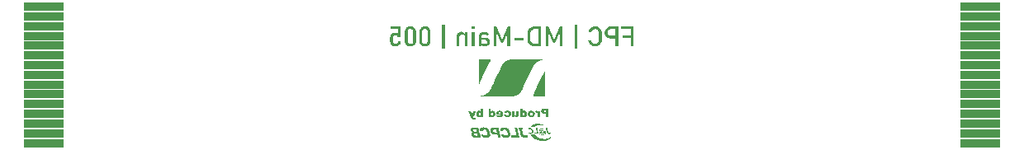
<source format=gbr>
%TF.GenerationSoftware,KiCad,Pcbnew,8.0.1*%
%TF.CreationDate,2024-12-29T01:01:07+09:00*%
%TF.ProjectId,FPC-MD-Main-002-20241229,4650432d-4d44-42d4-9d61-696e2d303032,rev?*%
%TF.SameCoordinates,Original*%
%TF.FileFunction,Legend,Bot*%
%TF.FilePolarity,Positive*%
%FSLAX46Y46*%
G04 Gerber Fmt 4.6, Leading zero omitted, Abs format (unit mm)*
G04 Created by KiCad (PCBNEW 8.0.1) date 2024-12-29 01:01:07*
%MOMM*%
%LPD*%
G01*
G04 APERTURE LIST*
G04 Aperture macros list*
%AMRoundRect*
0 Rectangle with rounded corners*
0 $1 Rounding radius*
0 $2 $3 $4 $5 $6 $7 $8 $9 X,Y pos of 4 corners*
0 Add a 4 corners polygon primitive as box body*
4,1,4,$2,$3,$4,$5,$6,$7,$8,$9,$2,$3,0*
0 Add four circle primitives for the rounded corners*
1,1,$1+$1,$2,$3*
1,1,$1+$1,$4,$5*
1,1,$1+$1,$6,$7*
1,1,$1+$1,$8,$9*
0 Add four rect primitives between the rounded corners*
20,1,$1+$1,$2,$3,$4,$5,0*
20,1,$1+$1,$4,$5,$6,$7,0*
20,1,$1+$1,$6,$7,$8,$9,0*
20,1,$1+$1,$8,$9,$2,$3,0*%
G04 Aperture macros list end*
%ADD10C,0.000000*%
%ADD11C,0.100000*%
%ADD12RoundRect,0.000000X-2.000000X0.350000X-2.000000X-0.350000X2.000000X-0.350000X2.000000X0.350000X0*%
G04 APERTURE END LIST*
D10*
G36*
X46668451Y-5922133D02*
G01*
X46733216Y-6207739D01*
X46746718Y-6267281D01*
X46771384Y-6382681D01*
X46779443Y-6429868D01*
X46778771Y-6431220D01*
X46777920Y-6432500D01*
X46776857Y-6433709D01*
X46775545Y-6434850D01*
X46773949Y-6435923D01*
X46772034Y-6436933D01*
X46769766Y-6437879D01*
X46767107Y-6438765D01*
X46764024Y-6439591D01*
X46760481Y-6440361D01*
X46756442Y-6441076D01*
X46751873Y-6441737D01*
X46746738Y-6442347D01*
X46741002Y-6442909D01*
X46734629Y-6443422D01*
X46727585Y-6443891D01*
X46719834Y-6444316D01*
X46711340Y-6444700D01*
X46691986Y-6445350D01*
X46669240Y-6445858D01*
X46642819Y-6446239D01*
X46612442Y-6446508D01*
X46577826Y-6446681D01*
X46494751Y-6446801D01*
X46388193Y-6446285D01*
X46301291Y-6444453D01*
X46230786Y-6440885D01*
X46200663Y-6438319D01*
X46173415Y-6435160D01*
X46148635Y-6431356D01*
X46125916Y-6426854D01*
X46104850Y-6421602D01*
X46085028Y-6415547D01*
X46066043Y-6408637D01*
X46047488Y-6400818D01*
X46010035Y-6382243D01*
X45998780Y-6376055D01*
X45987839Y-6369599D01*
X45977213Y-6362879D01*
X45966906Y-6355900D01*
X45956921Y-6348668D01*
X45947260Y-6341185D01*
X45937927Y-6333458D01*
X45928924Y-6325490D01*
X45920254Y-6317286D01*
X45911921Y-6308852D01*
X45903927Y-6300191D01*
X45896274Y-6291309D01*
X45888967Y-6282210D01*
X45882008Y-6272898D01*
X45875399Y-6263378D01*
X45869144Y-6253655D01*
X45863246Y-6243734D01*
X45857707Y-6233620D01*
X45852530Y-6223315D01*
X45847719Y-6212827D01*
X45843276Y-6202159D01*
X45839204Y-6191315D01*
X45835506Y-6180301D01*
X45832185Y-6169121D01*
X45829244Y-6157780D01*
X45826686Y-6146282D01*
X45824513Y-6134632D01*
X45822728Y-6122836D01*
X45821336Y-6110896D01*
X45820845Y-6104960D01*
X46105285Y-6104960D01*
X46105484Y-6112873D01*
X46106082Y-6120539D01*
X46107081Y-6127960D01*
X46108485Y-6135137D01*
X46110294Y-6142071D01*
X46112512Y-6148764D01*
X46115141Y-6155217D01*
X46118183Y-6161432D01*
X46121641Y-6167409D01*
X46125516Y-6173151D01*
X46129812Y-6178658D01*
X46134529Y-6183932D01*
X46139672Y-6188974D01*
X46145242Y-6193785D01*
X46151241Y-6198368D01*
X46157672Y-6202723D01*
X46164537Y-6206852D01*
X46171839Y-6210756D01*
X46179579Y-6214436D01*
X46187760Y-6217893D01*
X46196385Y-6221130D01*
X46205455Y-6224147D01*
X46214974Y-6226947D01*
X46224942Y-6229529D01*
X46235364Y-6231896D01*
X46246240Y-6234048D01*
X46257574Y-6235988D01*
X46269368Y-6237716D01*
X46281623Y-6239235D01*
X46294343Y-6240544D01*
X46321184Y-6242543D01*
X46347112Y-6243825D01*
X46368859Y-6244461D01*
X46386911Y-6244403D01*
X46394702Y-6244098D01*
X46401750Y-6243601D01*
X46408117Y-6242906D01*
X46413861Y-6242006D01*
X46419045Y-6240894D01*
X46423727Y-6239566D01*
X46427970Y-6238015D01*
X46431832Y-6236234D01*
X46435375Y-6234218D01*
X46438660Y-6231960D01*
X46442193Y-6229129D01*
X46443782Y-6227792D01*
X46445250Y-6226480D01*
X46446597Y-6225171D01*
X46447822Y-6223846D01*
X46448925Y-6222483D01*
X46449904Y-6221062D01*
X46450760Y-6219562D01*
X46451491Y-6217962D01*
X46451809Y-6217118D01*
X46452096Y-6216241D01*
X46452575Y-6214379D01*
X46452927Y-6212355D01*
X46453151Y-6210149D01*
X46453246Y-6207739D01*
X46453212Y-6205104D01*
X46453047Y-6202225D01*
X46452752Y-6199080D01*
X46452325Y-6195649D01*
X46451765Y-6191910D01*
X46451072Y-6187844D01*
X46450244Y-6183429D01*
X46449282Y-6178645D01*
X46448185Y-6173470D01*
X46445579Y-6161868D01*
X46442422Y-6148457D01*
X46438706Y-6133070D01*
X46434426Y-6115543D01*
X46429494Y-6094976D01*
X46424339Y-6075624D01*
X46419134Y-6057909D01*
X46414053Y-6042253D01*
X46409270Y-6029078D01*
X46404959Y-6018805D01*
X46403034Y-6014888D01*
X46401292Y-6011855D01*
X46399754Y-6009759D01*
X46398443Y-6008651D01*
X46393393Y-6007349D01*
X46385623Y-6006220D01*
X46363353Y-6004484D01*
X46334484Y-6003442D01*
X46301870Y-6003095D01*
X46268363Y-6003442D01*
X46236816Y-6004484D01*
X46210081Y-6006220D01*
X46199409Y-6007349D01*
X46191010Y-6008651D01*
X46186202Y-6009724D01*
X46181501Y-6010954D01*
X46176912Y-6012339D01*
X46172438Y-6013875D01*
X46168080Y-6015559D01*
X46163842Y-6017388D01*
X46159727Y-6019358D01*
X46155738Y-6021467D01*
X46151877Y-6023711D01*
X46148148Y-6026086D01*
X46144554Y-6028589D01*
X46141097Y-6031217D01*
X46137780Y-6033967D01*
X46134606Y-6036836D01*
X46131579Y-6039819D01*
X46128701Y-6042915D01*
X46125974Y-6046119D01*
X46123402Y-6049428D01*
X46120988Y-6052839D01*
X46118735Y-6056349D01*
X46116645Y-6059954D01*
X46114722Y-6063651D01*
X46112968Y-6067437D01*
X46111387Y-6071308D01*
X46109980Y-6075261D01*
X46108752Y-6079294D01*
X46107705Y-6083402D01*
X46106841Y-6087582D01*
X46106165Y-6091831D01*
X46105678Y-6096146D01*
X46105383Y-6100523D01*
X46105285Y-6104960D01*
X45820845Y-6104960D01*
X45820337Y-6098818D01*
X45819736Y-6086607D01*
X45819535Y-6074268D01*
X45819671Y-6053085D01*
X45819940Y-6044242D01*
X45820428Y-6036366D01*
X45821201Y-6029309D01*
X45822325Y-6022922D01*
X45823039Y-6019933D01*
X45823865Y-6017056D01*
X45824811Y-6014272D01*
X45825885Y-6011562D01*
X45827095Y-6008908D01*
X45828451Y-6006291D01*
X45829958Y-6003692D01*
X45831627Y-6001094D01*
X45835480Y-5995823D01*
X45840073Y-5990329D01*
X45845473Y-5984463D01*
X45851744Y-5978075D01*
X45867160Y-5963143D01*
X45872140Y-5958446D01*
X45877138Y-5953895D01*
X45882119Y-5949511D01*
X45887053Y-5945317D01*
X45896647Y-5937582D01*
X45901241Y-5934085D01*
X45905657Y-5930864D01*
X45909862Y-5927940D01*
X45913824Y-5925337D01*
X45917510Y-5923074D01*
X45920887Y-5921173D01*
X45923923Y-5919658D01*
X45926586Y-5918548D01*
X45928842Y-5917867D01*
X45930660Y-5917635D01*
X45933311Y-5917588D01*
X45935710Y-5917451D01*
X45937858Y-5917226D01*
X45939757Y-5916913D01*
X45941409Y-5916516D01*
X45942815Y-5916037D01*
X45943977Y-5915478D01*
X45944898Y-5914840D01*
X45945578Y-5914126D01*
X45945828Y-5913742D01*
X45946020Y-5913339D01*
X45946151Y-5912918D01*
X45946224Y-5912480D01*
X45946194Y-5911551D01*
X45945930Y-5910555D01*
X45945435Y-5909494D01*
X45944710Y-5908369D01*
X45943757Y-5907184D01*
X45942577Y-5905939D01*
X45941173Y-5904638D01*
X45939546Y-5903282D01*
X45937698Y-5901873D01*
X45935631Y-5900414D01*
X45933346Y-5898907D01*
X45930845Y-5897354D01*
X45928130Y-5895757D01*
X45925203Y-5894118D01*
X45922065Y-5892439D01*
X45918718Y-5890723D01*
X45915163Y-5888971D01*
X45907441Y-5885369D01*
X45898910Y-5881651D01*
X45889570Y-5877627D01*
X45880407Y-5873106D01*
X45871431Y-5868107D01*
X45862652Y-5862649D01*
X45854080Y-5856750D01*
X45845725Y-5850428D01*
X45837597Y-5843701D01*
X45829705Y-5836589D01*
X45822060Y-5829110D01*
X45814671Y-5821282D01*
X45807548Y-5813123D01*
X45800702Y-5804651D01*
X45794142Y-5795886D01*
X45787877Y-5786846D01*
X45781919Y-5777549D01*
X45776276Y-5768013D01*
X45770958Y-5758257D01*
X45765976Y-5748299D01*
X45761340Y-5738158D01*
X45757058Y-5727852D01*
X45753142Y-5717399D01*
X45749601Y-5706819D01*
X45746444Y-5696129D01*
X45744911Y-5690143D01*
X46031431Y-5690143D01*
X46031881Y-5697230D01*
X46032812Y-5704362D01*
X46034220Y-5711516D01*
X46036096Y-5718668D01*
X46038434Y-5725795D01*
X46041228Y-5732875D01*
X46044470Y-5739883D01*
X46048153Y-5746797D01*
X46052272Y-5753592D01*
X46056818Y-5760247D01*
X46061786Y-5766737D01*
X46067168Y-5773040D01*
X46072958Y-5779132D01*
X46079149Y-5784990D01*
X46085734Y-5790590D01*
X46092707Y-5795910D01*
X46100060Y-5800926D01*
X46107787Y-5805615D01*
X46115881Y-5809953D01*
X46124335Y-5813918D01*
X46135577Y-5818353D01*
X46148838Y-5822511D01*
X46163779Y-5826361D01*
X46180063Y-5829876D01*
X46197351Y-5833024D01*
X46215306Y-5835777D01*
X46233590Y-5838105D01*
X46251864Y-5839979D01*
X46269791Y-5841370D01*
X46287033Y-5842247D01*
X46303251Y-5842582D01*
X46318109Y-5842344D01*
X46331267Y-5841505D01*
X46342389Y-5840035D01*
X46351135Y-5837905D01*
X46354512Y-5836583D01*
X46357168Y-5835085D01*
X46358216Y-5834342D01*
X46359176Y-5833497D01*
X46360048Y-5832541D01*
X46360831Y-5831465D01*
X46361524Y-5830260D01*
X46362126Y-5828915D01*
X46362637Y-5827423D01*
X46363055Y-5825775D01*
X46363380Y-5823960D01*
X46363612Y-5821970D01*
X46363749Y-5819797D01*
X46363791Y-5817430D01*
X46363736Y-5814861D01*
X46363585Y-5812080D01*
X46363336Y-5809079D01*
X46362989Y-5805848D01*
X46362542Y-5802379D01*
X46361996Y-5798661D01*
X46360599Y-5790447D01*
X46358794Y-5781131D01*
X46356573Y-5770642D01*
X46353930Y-5758907D01*
X46350859Y-5745852D01*
X46347355Y-5731405D01*
X46343410Y-5715493D01*
X46331868Y-5672267D01*
X46321714Y-5635589D01*
X46313942Y-5609230D01*
X46311259Y-5601098D01*
X46309543Y-5596960D01*
X46309114Y-5596473D01*
X46308424Y-5596005D01*
X46307481Y-5595556D01*
X46306292Y-5595126D01*
X46303202Y-5594325D01*
X46299208Y-5593603D01*
X46294365Y-5592961D01*
X46288726Y-5592402D01*
X46282346Y-5591926D01*
X46275280Y-5591536D01*
X46267581Y-5591232D01*
X46259303Y-5591017D01*
X46241231Y-5590858D01*
X46221497Y-5591071D01*
X46200535Y-5591668D01*
X46171146Y-5592629D01*
X46146791Y-5594000D01*
X46136278Y-5594873D01*
X46126753Y-5595891D01*
X46118128Y-5597067D01*
X46110312Y-5598415D01*
X46103215Y-5599949D01*
X46096748Y-5601683D01*
X46090820Y-5603631D01*
X46085342Y-5605807D01*
X46080223Y-5608224D01*
X46075375Y-5610898D01*
X46070706Y-5613841D01*
X46066127Y-5617068D01*
X46060259Y-5621802D01*
X46054956Y-5626860D01*
X46050209Y-5632218D01*
X46046012Y-5637854D01*
X46042359Y-5643745D01*
X46039242Y-5649866D01*
X46036655Y-5656195D01*
X46034592Y-5662709D01*
X46033044Y-5669383D01*
X46032006Y-5676196D01*
X46031470Y-5683124D01*
X46031431Y-5690143D01*
X45744911Y-5690143D01*
X45743683Y-5685347D01*
X45741325Y-5674493D01*
X45739383Y-5663584D01*
X45737865Y-5652639D01*
X45736781Y-5641676D01*
X45736141Y-5630714D01*
X45735955Y-5619772D01*
X45736233Y-5608867D01*
X45736985Y-5598018D01*
X45738162Y-5588154D01*
X45739712Y-5578601D01*
X45741643Y-5569353D01*
X45743964Y-5560404D01*
X45746681Y-5551749D01*
X45749803Y-5543382D01*
X45753337Y-5535297D01*
X45757292Y-5527490D01*
X45761674Y-5519954D01*
X45766492Y-5512683D01*
X45771754Y-5505673D01*
X45777466Y-5498917D01*
X45783638Y-5492410D01*
X45790276Y-5486146D01*
X45797388Y-5480120D01*
X45804983Y-5474325D01*
X45813067Y-5468757D01*
X45821649Y-5463410D01*
X45830737Y-5458278D01*
X45840338Y-5453355D01*
X45850459Y-5448636D01*
X45861110Y-5444115D01*
X45872296Y-5439787D01*
X45884027Y-5435646D01*
X45896310Y-5431687D01*
X45909152Y-5427903D01*
X45936547Y-5420840D01*
X45966273Y-5414413D01*
X45998393Y-5408576D01*
X46041866Y-5404709D01*
X46112412Y-5401846D01*
X46200000Y-5400000D01*
X46294594Y-5399184D01*
X46386163Y-5399409D01*
X46464672Y-5400688D01*
X46520088Y-5403035D01*
X46536000Y-5404611D01*
X46542377Y-5406460D01*
X46557034Y-5457119D01*
X46586413Y-5574999D01*
X46643707Y-5817430D01*
X46668451Y-5922133D01*
G37*
G36*
X47164848Y-5390680D02*
G01*
X47190429Y-5392332D01*
X47214964Y-5394520D01*
X47238116Y-5397242D01*
X47259548Y-5400494D01*
X47278925Y-5404273D01*
X47295910Y-5408576D01*
X47324576Y-5417574D01*
X47352597Y-5427870D01*
X47379923Y-5439426D01*
X47406506Y-5452199D01*
X47432294Y-5466152D01*
X47457240Y-5481242D01*
X47481292Y-5497429D01*
X47504402Y-5514674D01*
X47526519Y-5532936D01*
X47547595Y-5552175D01*
X47567579Y-5572350D01*
X47586422Y-5593421D01*
X47604075Y-5615348D01*
X47620487Y-5638090D01*
X47635610Y-5661607D01*
X47649393Y-5685860D01*
X47658781Y-5704987D01*
X47668588Y-5728600D01*
X47678661Y-5756048D01*
X47688849Y-5786682D01*
X47708962Y-5854910D01*
X47727710Y-5928086D01*
X47743878Y-6001014D01*
X47756252Y-6068497D01*
X47760636Y-6098573D01*
X47763615Y-6125339D01*
X47765037Y-6148145D01*
X47764752Y-6166343D01*
X47762625Y-6185624D01*
X47759432Y-6204366D01*
X47755194Y-6222558D01*
X47749929Y-6240189D01*
X47743657Y-6257246D01*
X47736398Y-6273720D01*
X47728171Y-6289598D01*
X47718995Y-6304869D01*
X47708892Y-6319521D01*
X47697879Y-6333543D01*
X47685976Y-6346924D01*
X47673204Y-6359652D01*
X47659581Y-6371716D01*
X47645128Y-6383104D01*
X47629863Y-6393804D01*
X47613807Y-6403807D01*
X47596979Y-6413099D01*
X47579398Y-6421669D01*
X47561084Y-6429507D01*
X47542057Y-6436600D01*
X47522336Y-6442938D01*
X47501941Y-6448508D01*
X47480892Y-6453300D01*
X47459207Y-6457302D01*
X47436907Y-6460502D01*
X47414011Y-6462889D01*
X47390539Y-6464452D01*
X47366510Y-6465180D01*
X47341944Y-6465059D01*
X47316860Y-6464081D01*
X47291278Y-6462232D01*
X47265218Y-6459501D01*
X47244543Y-6456397D01*
X47222653Y-6452721D01*
X47200217Y-6448600D01*
X47177906Y-6444156D01*
X47156388Y-6439513D01*
X47136333Y-6434796D01*
X47118412Y-6430128D01*
X47103293Y-6425635D01*
X47080274Y-6417039D01*
X47057700Y-6407172D01*
X47035644Y-6396102D01*
X47014178Y-6383897D01*
X46993376Y-6370625D01*
X46973310Y-6356355D01*
X46954054Y-6341155D01*
X46935679Y-6325093D01*
X46918260Y-6308237D01*
X46901869Y-6290656D01*
X46886578Y-6272417D01*
X46872460Y-6253589D01*
X46859590Y-6234241D01*
X46848038Y-6214439D01*
X46837879Y-6194253D01*
X46829184Y-6173751D01*
X46823630Y-6158567D01*
X46821453Y-6152269D01*
X46819676Y-6146731D01*
X46818303Y-6141875D01*
X46817334Y-6137623D01*
X46816772Y-6133899D01*
X46816617Y-6130624D01*
X46816693Y-6129131D01*
X46816872Y-6127722D01*
X46817153Y-6126386D01*
X46817537Y-6125113D01*
X46818024Y-6123896D01*
X46818615Y-6122722D01*
X46819309Y-6121584D01*
X46820106Y-6120471D01*
X46822014Y-6118281D01*
X46824338Y-6116076D01*
X46827080Y-6113778D01*
X46830243Y-6111310D01*
X46833134Y-6109585D01*
X46836653Y-6107984D01*
X46840808Y-6106503D01*
X46845606Y-6105142D01*
X46851055Y-6103898D01*
X46857163Y-6102771D01*
X46863937Y-6101758D01*
X46871386Y-6100859D01*
X46879517Y-6100071D01*
X46888338Y-6099393D01*
X46897856Y-6098824D01*
X46908080Y-6098362D01*
X46919017Y-6098005D01*
X46930675Y-6097752D01*
X46956185Y-6097551D01*
X47060960Y-6097551D01*
X47114935Y-6154701D01*
X47122984Y-6163043D01*
X47130516Y-6170638D01*
X47137608Y-6177532D01*
X47144337Y-6183772D01*
X47150780Y-6189405D01*
X47157016Y-6194476D01*
X47163122Y-6199032D01*
X47169174Y-6203120D01*
X47175252Y-6206787D01*
X47181432Y-6210078D01*
X47187792Y-6213040D01*
X47194409Y-6215721D01*
X47201361Y-6218166D01*
X47208726Y-6220421D01*
X47216580Y-6222534D01*
X47225002Y-6224551D01*
X47239934Y-6227579D01*
X47254918Y-6229919D01*
X47269880Y-6231581D01*
X47284748Y-6232571D01*
X47299448Y-6232898D01*
X47313908Y-6232569D01*
X47328054Y-6231592D01*
X47341815Y-6229975D01*
X47355117Y-6227726D01*
X47367887Y-6224851D01*
X47380052Y-6221359D01*
X47391540Y-6217259D01*
X47402278Y-6212556D01*
X47412192Y-6207260D01*
X47421211Y-6201378D01*
X47429260Y-6194918D01*
X47434553Y-6189979D01*
X47439517Y-6184875D01*
X47444154Y-6179590D01*
X47448463Y-6174107D01*
X47452445Y-6168410D01*
X47456100Y-6162483D01*
X47459429Y-6156309D01*
X47462432Y-6149873D01*
X47465109Y-6143157D01*
X47467462Y-6136146D01*
X47469489Y-6128824D01*
X47471192Y-6121174D01*
X47472571Y-6113179D01*
X47473627Y-6104824D01*
X47474359Y-6096093D01*
X47474768Y-6086968D01*
X47474855Y-6077434D01*
X47474620Y-6067475D01*
X47474063Y-6057073D01*
X47473185Y-6046214D01*
X47471986Y-6034880D01*
X47470466Y-6023056D01*
X47466467Y-5997870D01*
X47461190Y-5970526D01*
X47454639Y-5940893D01*
X47446817Y-5908842D01*
X47437726Y-5874243D01*
X47428823Y-5844429D01*
X47418786Y-5816504D01*
X47407624Y-5790474D01*
X47395344Y-5766343D01*
X47381954Y-5744115D01*
X47374845Y-5733717D01*
X47367461Y-5723796D01*
X47359804Y-5714354D01*
X47351874Y-5705391D01*
X47343673Y-5696906D01*
X47335201Y-5688902D01*
X47326459Y-5681379D01*
X47317448Y-5674337D01*
X47308169Y-5667776D01*
X47298624Y-5661698D01*
X47288813Y-5656103D01*
X47278737Y-5650991D01*
X47268396Y-5646363D01*
X47257793Y-5642220D01*
X47246928Y-5638562D01*
X47235802Y-5635390D01*
X47224416Y-5632705D01*
X47212771Y-5630506D01*
X47200867Y-5628795D01*
X47188707Y-5627572D01*
X47176290Y-5626838D01*
X47163618Y-5626593D01*
X47148393Y-5627031D01*
X47134041Y-5627963D01*
X47120516Y-5629414D01*
X47107774Y-5631405D01*
X47095771Y-5633961D01*
X47084460Y-5637104D01*
X47073797Y-5640858D01*
X47063738Y-5645246D01*
X47054236Y-5650292D01*
X47045248Y-5656018D01*
X47036728Y-5662447D01*
X47028631Y-5669604D01*
X47020913Y-5677512D01*
X47013527Y-5686192D01*
X47006430Y-5695670D01*
X46999577Y-5705968D01*
X46973118Y-5748301D01*
X46853527Y-5748301D01*
X46825400Y-5748103D01*
X46800560Y-5747508D01*
X46779020Y-5746515D01*
X46760790Y-5745126D01*
X46745885Y-5743340D01*
X46739682Y-5742299D01*
X46734315Y-5741158D01*
X46729786Y-5739917D01*
X46726095Y-5738578D01*
X46723244Y-5737139D01*
X46721235Y-5735601D01*
X46720547Y-5734830D01*
X46719872Y-5733908D01*
X46719210Y-5732840D01*
X46718562Y-5731631D01*
X46717312Y-5728804D01*
X46716125Y-5725464D01*
X46715007Y-5721647D01*
X46713961Y-5717388D01*
X46712993Y-5712723D01*
X46712107Y-5707688D01*
X46711308Y-5702317D01*
X46710600Y-5696648D01*
X46709988Y-5690714D01*
X46709477Y-5684553D01*
X46709072Y-5678200D01*
X46708777Y-5671690D01*
X46708596Y-5665059D01*
X46708535Y-5658343D01*
X46709378Y-5634096D01*
X46710433Y-5622392D01*
X46711910Y-5610966D01*
X46713810Y-5599819D01*
X46716132Y-5588952D01*
X46718877Y-5578363D01*
X46722045Y-5568054D01*
X46725636Y-5558024D01*
X46729651Y-5548272D01*
X46734089Y-5538800D01*
X46738952Y-5529607D01*
X46744238Y-5520692D01*
X46749948Y-5512057D01*
X46756083Y-5503701D01*
X46762642Y-5495624D01*
X46769626Y-5487826D01*
X46777035Y-5480307D01*
X46784870Y-5473067D01*
X46793129Y-5466107D01*
X46801814Y-5459425D01*
X46810925Y-5453022D01*
X46820462Y-5446899D01*
X46830425Y-5441054D01*
X46840815Y-5435488D01*
X46851630Y-5430202D01*
X46874542Y-5420466D01*
X46899163Y-5411846D01*
X46925493Y-5404343D01*
X46943036Y-5400461D01*
X46962897Y-5397145D01*
X46984738Y-5394395D01*
X47008225Y-5392205D01*
X47033020Y-5390574D01*
X47058787Y-5389497D01*
X47111892Y-5388997D01*
X47164848Y-5390680D01*
G37*
G36*
X51830037Y-5443115D02*
G01*
X51842674Y-5443684D01*
X51854780Y-5444543D01*
X51866179Y-5445694D01*
X51876695Y-5447137D01*
X51886150Y-5448875D01*
X51894368Y-5450910D01*
X51916082Y-5458549D01*
X51937510Y-5467523D01*
X51958562Y-5477752D01*
X51979151Y-5489158D01*
X51999187Y-5501662D01*
X52018584Y-5515185D01*
X52037252Y-5529647D01*
X52055103Y-5544969D01*
X52072048Y-5561073D01*
X52088000Y-5577879D01*
X52102869Y-5595308D01*
X52116569Y-5613281D01*
X52129009Y-5631720D01*
X52140102Y-5650544D01*
X52149760Y-5669675D01*
X52157893Y-5689035D01*
X52162779Y-5703499D01*
X52167114Y-5718629D01*
X52170895Y-5734295D01*
X52174116Y-5750368D01*
X52176772Y-5766721D01*
X52178859Y-5783224D01*
X52180373Y-5799749D01*
X52181309Y-5816167D01*
X52181662Y-5832349D01*
X52181427Y-5848167D01*
X52180600Y-5863492D01*
X52179176Y-5878195D01*
X52177150Y-5892148D01*
X52174519Y-5905222D01*
X52171276Y-5917288D01*
X52167418Y-5928218D01*
X52163018Y-5937894D01*
X52158158Y-5947273D01*
X52152853Y-5956350D01*
X52147116Y-5965119D01*
X52140958Y-5973575D01*
X52134392Y-5981712D01*
X52127433Y-5989526D01*
X52120091Y-5997010D01*
X52112380Y-6004159D01*
X52104314Y-6010967D01*
X52095903Y-6017431D01*
X52087163Y-6023542D01*
X52078104Y-6029298D01*
X52068741Y-6034691D01*
X52059085Y-6039717D01*
X52049149Y-6044370D01*
X52038948Y-6048645D01*
X52028492Y-6052536D01*
X52017795Y-6056038D01*
X52006870Y-6059145D01*
X51995729Y-6061853D01*
X51984386Y-6064155D01*
X51972853Y-6066046D01*
X51961142Y-6067521D01*
X51949268Y-6068574D01*
X51937242Y-6069201D01*
X51925077Y-6069394D01*
X51912786Y-6069150D01*
X51900382Y-6068462D01*
X51887877Y-6067326D01*
X51875285Y-6065735D01*
X51862618Y-6063685D01*
X51851705Y-6061526D01*
X51840106Y-6058672D01*
X51827976Y-6055195D01*
X51815473Y-6051167D01*
X51802752Y-6046661D01*
X51789972Y-6041751D01*
X51777287Y-6036509D01*
X51764855Y-6031009D01*
X51752832Y-6025322D01*
X51741375Y-6019522D01*
X51730641Y-6013682D01*
X51720785Y-6007874D01*
X51711965Y-6002172D01*
X51704338Y-5996648D01*
X51698059Y-5991375D01*
X51693285Y-5986426D01*
X51692727Y-5985704D01*
X51692244Y-5984926D01*
X51691836Y-5984092D01*
X51691503Y-5983204D01*
X51691247Y-5982260D01*
X51691067Y-5981261D01*
X51690963Y-5980208D01*
X51690937Y-5979101D01*
X51690988Y-5977939D01*
X51691117Y-5976723D01*
X51691325Y-5975453D01*
X51691611Y-5974129D01*
X51691976Y-5972752D01*
X51692420Y-5971322D01*
X51692945Y-5969839D01*
X51693550Y-5968302D01*
X51694235Y-5966713D01*
X51695001Y-5965072D01*
X51695849Y-5963378D01*
X51696778Y-5961632D01*
X51698884Y-5957984D01*
X51701322Y-5954131D01*
X51704094Y-5950072D01*
X51707205Y-5945811D01*
X51710656Y-5941348D01*
X51714452Y-5936685D01*
X51746202Y-5898585D01*
X51791710Y-5922926D01*
X51803068Y-5928865D01*
X51814313Y-5934183D01*
X51825431Y-5938886D01*
X51836408Y-5942979D01*
X51847230Y-5946468D01*
X51857883Y-5949360D01*
X51868353Y-5951658D01*
X51878626Y-5953370D01*
X51888688Y-5954500D01*
X51898525Y-5955055D01*
X51908124Y-5955039D01*
X51917470Y-5954459D01*
X51926549Y-5953320D01*
X51935348Y-5951628D01*
X51943852Y-5949388D01*
X51952047Y-5946607D01*
X51959921Y-5943288D01*
X51967457Y-5939439D01*
X51974644Y-5935065D01*
X51981466Y-5930171D01*
X51987910Y-5924764D01*
X51993961Y-5918848D01*
X51999607Y-5912429D01*
X52004832Y-5905513D01*
X52009623Y-5898106D01*
X52013966Y-5890213D01*
X52017847Y-5881840D01*
X52021253Y-5872992D01*
X52024168Y-5863676D01*
X52026579Y-5853896D01*
X52028473Y-5843658D01*
X52029835Y-5832968D01*
X52030898Y-5813477D01*
X52030548Y-5793969D01*
X52028837Y-5774551D01*
X52025817Y-5755329D01*
X52021537Y-5736412D01*
X52016050Y-5717905D01*
X52009406Y-5699916D01*
X52001657Y-5682552D01*
X51992853Y-5665920D01*
X51983047Y-5650126D01*
X51972289Y-5635279D01*
X51960630Y-5621483D01*
X51948121Y-5608848D01*
X51934814Y-5597478D01*
X51920760Y-5587483D01*
X51906010Y-5578968D01*
X51895212Y-5573945D01*
X51883923Y-5569592D01*
X51872247Y-5565908D01*
X51860287Y-5562895D01*
X51848146Y-5560550D01*
X51835930Y-5558876D01*
X51823742Y-5557872D01*
X51811686Y-5557537D01*
X51799865Y-5557872D01*
X51788384Y-5558876D01*
X51777346Y-5560550D01*
X51766856Y-5562895D01*
X51757016Y-5565908D01*
X51747932Y-5569592D01*
X51739706Y-5573945D01*
X51735948Y-5576373D01*
X51732443Y-5578968D01*
X51726860Y-5583220D01*
X51721314Y-5587187D01*
X51715942Y-5590781D01*
X51710880Y-5593917D01*
X51708508Y-5595286D01*
X51706264Y-5596507D01*
X51704166Y-5597570D01*
X51702231Y-5598464D01*
X51700476Y-5599179D01*
X51698918Y-5599703D01*
X51697573Y-5600025D01*
X51696460Y-5600135D01*
X51695915Y-5600082D01*
X51695274Y-5599927D01*
X51694539Y-5599671D01*
X51693715Y-5599316D01*
X51691809Y-5598321D01*
X51689581Y-5596960D01*
X51687055Y-5595251D01*
X51684256Y-5593214D01*
X51681209Y-5590867D01*
X51677939Y-5588228D01*
X51674471Y-5585317D01*
X51670828Y-5582151D01*
X51667037Y-5578750D01*
X51663122Y-5575132D01*
X51659108Y-5571315D01*
X51655020Y-5567318D01*
X51650881Y-5563160D01*
X51646718Y-5558860D01*
X51606502Y-5517585D01*
X51642485Y-5492185D01*
X51646200Y-5489385D01*
X51650176Y-5486552D01*
X51654380Y-5483704D01*
X51658773Y-5480857D01*
X51667990Y-5475237D01*
X51677542Y-5469827D01*
X51687144Y-5464765D01*
X51696510Y-5460187D01*
X51705354Y-5456228D01*
X51709492Y-5454524D01*
X51713393Y-5453026D01*
X51721611Y-5450782D01*
X51731067Y-5448812D01*
X51741582Y-5447117D01*
X51752982Y-5445701D01*
X51765088Y-5444563D01*
X51777724Y-5443706D01*
X51790714Y-5443131D01*
X51803881Y-5442840D01*
X51817047Y-5442834D01*
X51830037Y-5443115D01*
G37*
G36*
X53336877Y-5914460D02*
G01*
X53337194Y-5921839D01*
X53337333Y-5928547D01*
X53337265Y-5934656D01*
X53336959Y-5940240D01*
X53336387Y-5945371D01*
X53335519Y-5950123D01*
X53334325Y-5954567D01*
X53333596Y-5956697D01*
X53332776Y-5958777D01*
X53331859Y-5960818D01*
X53330842Y-5962826D01*
X53328495Y-5966787D01*
X53325704Y-5970732D01*
X53322440Y-5974735D01*
X53318674Y-5978868D01*
X53314377Y-5983204D01*
X53309518Y-5987816D01*
X53304068Y-5992776D01*
X53296474Y-5999151D01*
X53292632Y-6002060D01*
X53288756Y-6004784D01*
X53284842Y-6007322D01*
X53280888Y-6009675D01*
X53276891Y-6011844D01*
X53272848Y-6013827D01*
X53268754Y-6015626D01*
X53264608Y-6017241D01*
X53260406Y-6018672D01*
X53256146Y-6019919D01*
X53251823Y-6020982D01*
X53247435Y-6021862D01*
X53242979Y-6022558D01*
X53238452Y-6023071D01*
X53233850Y-6023401D01*
X53229171Y-6023549D01*
X53224411Y-6023514D01*
X53219567Y-6023296D01*
X53214637Y-6022897D01*
X53209616Y-6022315D01*
X53199293Y-6020607D01*
X53188574Y-6018174D01*
X53177432Y-6015016D01*
X53165844Y-6011136D01*
X53153785Y-6006535D01*
X53140000Y-6001024D01*
X53134272Y-5998893D01*
X53129228Y-5997175D01*
X53124798Y-5995866D01*
X53120913Y-5994963D01*
X53117501Y-5994464D01*
X53115952Y-5994364D01*
X53114494Y-5994364D01*
X53113121Y-5994463D01*
X53111822Y-5994661D01*
X53110590Y-5994957D01*
X53109416Y-5995352D01*
X53108290Y-5995844D01*
X53107204Y-5996433D01*
X53106150Y-5997120D01*
X53105118Y-5997903D01*
X53103088Y-5999756D01*
X53101044Y-6001991D01*
X53098916Y-6004605D01*
X53096635Y-6007593D01*
X53095543Y-6009041D01*
X53094444Y-6010410D01*
X53093333Y-6011700D01*
X53092203Y-6012914D01*
X53091049Y-6014051D01*
X53089863Y-6015114D01*
X53088641Y-6016102D01*
X53087375Y-6017019D01*
X53086059Y-6017864D01*
X53084687Y-6018639D01*
X53083254Y-6019345D01*
X53081752Y-6019983D01*
X53080176Y-6020554D01*
X53078519Y-6021060D01*
X53076776Y-6021502D01*
X53074939Y-6021881D01*
X53073003Y-6022197D01*
X53070962Y-6022453D01*
X53068809Y-6022648D01*
X53066539Y-6022786D01*
X53064144Y-6022866D01*
X53061619Y-6022890D01*
X53058958Y-6022859D01*
X53056154Y-6022773D01*
X53050093Y-6022446D01*
X53043388Y-6021918D01*
X53035987Y-6021197D01*
X53027843Y-6020293D01*
X53014535Y-6018438D01*
X53001406Y-6016055D01*
X52988471Y-6013157D01*
X52975741Y-6009755D01*
X52963230Y-6005862D01*
X52950950Y-6001489D01*
X52938915Y-5996650D01*
X52927136Y-5991354D01*
X52904401Y-5979445D01*
X52882847Y-5965859D01*
X52862577Y-5950692D01*
X52843693Y-5934039D01*
X52826297Y-5915997D01*
X52818190Y-5906485D01*
X52810492Y-5896662D01*
X52803218Y-5886540D01*
X52796380Y-5876131D01*
X52789991Y-5865446D01*
X52784063Y-5854498D01*
X52778609Y-5843300D01*
X52773643Y-5831862D01*
X52769177Y-5820196D01*
X52765224Y-5808316D01*
X52761796Y-5796233D01*
X52758906Y-5783959D01*
X52756568Y-5771505D01*
X52754793Y-5758885D01*
X52753927Y-5749984D01*
X52753507Y-5741148D01*
X52753527Y-5732385D01*
X52753981Y-5723703D01*
X52754862Y-5715112D01*
X52756163Y-5706618D01*
X52757879Y-5698232D01*
X52760002Y-5689961D01*
X52762527Y-5681814D01*
X52765448Y-5673799D01*
X52768757Y-5665926D01*
X52772448Y-5658202D01*
X52776515Y-5650637D01*
X52780952Y-5643238D01*
X52785752Y-5636014D01*
X52790909Y-5628974D01*
X52796416Y-5622126D01*
X52802267Y-5615479D01*
X52808456Y-5609042D01*
X52814976Y-5602822D01*
X52821820Y-5596828D01*
X52828983Y-5591070D01*
X52836458Y-5585554D01*
X52844239Y-5580291D01*
X52852319Y-5575288D01*
X52860692Y-5570554D01*
X52869351Y-5566098D01*
X52878290Y-5561927D01*
X52887502Y-5558051D01*
X52896982Y-5554479D01*
X52906723Y-5551217D01*
X52916718Y-5548276D01*
X52929176Y-5545174D01*
X52943011Y-5542606D01*
X52958037Y-5540563D01*
X52974067Y-5539032D01*
X52990915Y-5538004D01*
X53008396Y-5537468D01*
X53026324Y-5537412D01*
X53044512Y-5537825D01*
X53062775Y-5538698D01*
X53080925Y-5540018D01*
X53098779Y-5541776D01*
X53116148Y-5543960D01*
X53132848Y-5546560D01*
X53148692Y-5549564D01*
X53163494Y-5552962D01*
X53177068Y-5556743D01*
X53207931Y-5567711D01*
X53237387Y-5580338D01*
X53265395Y-5594576D01*
X53291914Y-5610371D01*
X53316901Y-5627673D01*
X53340314Y-5646431D01*
X53362112Y-5666593D01*
X53382253Y-5688109D01*
X53400694Y-5710927D01*
X53417395Y-5734996D01*
X53432312Y-5760265D01*
X53445405Y-5786682D01*
X53456632Y-5814198D01*
X53465950Y-5842760D01*
X53473318Y-5872317D01*
X53478693Y-5902818D01*
X53479770Y-5912416D01*
X53480425Y-5921956D01*
X53480662Y-5931428D01*
X53480488Y-5940825D01*
X53479907Y-5950137D01*
X53478926Y-5959356D01*
X53477549Y-5968474D01*
X53475783Y-5977480D01*
X53473632Y-5986367D01*
X53471102Y-5995126D01*
X53468198Y-6003749D01*
X53464927Y-6012225D01*
X53457300Y-6028707D01*
X53448266Y-6044502D01*
X53437868Y-6059541D01*
X53426149Y-6073753D01*
X53413152Y-6087070D01*
X53398921Y-6099420D01*
X53383500Y-6110735D01*
X53366932Y-6120944D01*
X53349259Y-6129979D01*
X53340023Y-6134033D01*
X53330527Y-6137768D01*
X53298905Y-6148306D01*
X53265772Y-6156541D01*
X53231451Y-6162525D01*
X53196267Y-6166310D01*
X53160543Y-6167950D01*
X53124604Y-6167496D01*
X53088774Y-6165003D01*
X53053376Y-6160522D01*
X53018734Y-6154107D01*
X52985173Y-6145809D01*
X52953017Y-6135682D01*
X52922589Y-6123778D01*
X52894214Y-6110151D01*
X52868215Y-6094852D01*
X52844917Y-6077934D01*
X52834382Y-6068885D01*
X52824643Y-6059451D01*
X52789718Y-6023468D01*
X52817235Y-6023468D01*
X52820291Y-6023651D01*
X52823872Y-6024189D01*
X52827934Y-6025066D01*
X52832432Y-6026263D01*
X52837320Y-6027764D01*
X52842554Y-6029551D01*
X52848089Y-6031609D01*
X52853880Y-6033919D01*
X52859881Y-6036465D01*
X52866049Y-6039229D01*
X52872337Y-6042195D01*
X52878701Y-6045346D01*
X52885096Y-6048664D01*
X52891477Y-6052132D01*
X52897800Y-6055734D01*
X52904018Y-6059451D01*
X52921940Y-6069508D01*
X52940729Y-6078638D01*
X52960313Y-6086831D01*
X52980615Y-6094079D01*
X53001563Y-6100371D01*
X53023081Y-6105700D01*
X53045095Y-6110054D01*
X53067531Y-6113426D01*
X53090314Y-6115806D01*
X53113370Y-6117184D01*
X53136624Y-6117552D01*
X53160003Y-6116899D01*
X53183431Y-6115217D01*
X53206834Y-6112496D01*
X53230138Y-6108727D01*
X53253268Y-6103901D01*
X53272912Y-6098706D01*
X53291356Y-6092652D01*
X53308591Y-6085749D01*
X53324607Y-6078005D01*
X53332155Y-6073821D01*
X53339395Y-6069431D01*
X53346326Y-6064835D01*
X53352946Y-6060034D01*
X53359255Y-6055031D01*
X53365251Y-6049826D01*
X53370933Y-6044419D01*
X53376300Y-6038814D01*
X53381350Y-6033010D01*
X53386083Y-6027008D01*
X53390498Y-6020811D01*
X53394593Y-6014418D01*
X53398367Y-6007832D01*
X53401819Y-6001053D01*
X53404948Y-5994083D01*
X53407752Y-5986922D01*
X53410231Y-5979573D01*
X53412383Y-5972035D01*
X53414207Y-5964310D01*
X53415702Y-5956400D01*
X53416867Y-5948306D01*
X53417700Y-5940028D01*
X53418201Y-5931567D01*
X53418368Y-5922926D01*
X53417568Y-5900078D01*
X53415187Y-5877604D01*
X53411259Y-5855558D01*
X53405817Y-5833993D01*
X53398893Y-5812961D01*
X53390519Y-5792516D01*
X53380728Y-5772709D01*
X53369553Y-5753593D01*
X53357026Y-5735222D01*
X53343179Y-5717647D01*
X53328046Y-5700922D01*
X53311659Y-5685099D01*
X53294050Y-5670231D01*
X53275251Y-5656371D01*
X53255297Y-5643571D01*
X53234218Y-5631885D01*
X53222455Y-5625887D01*
X53211648Y-5620563D01*
X53201613Y-5615869D01*
X53192166Y-5611760D01*
X53183122Y-5608190D01*
X53174296Y-5605114D01*
X53165505Y-5602488D01*
X53156563Y-5600267D01*
X53147286Y-5598405D01*
X53137490Y-5596858D01*
X53126991Y-5595581D01*
X53115602Y-5594529D01*
X53103141Y-5593656D01*
X53089423Y-5592919D01*
X53057477Y-5591668D01*
X53026487Y-5590750D01*
X53001054Y-5590477D01*
X52990080Y-5590629D01*
X52980086Y-5590998D01*
X52970935Y-5591603D01*
X52962491Y-5592462D01*
X52954618Y-5593593D01*
X52947178Y-5595017D01*
X52940037Y-5596750D01*
X52933056Y-5598812D01*
X52926101Y-5601221D01*
X52919033Y-5603996D01*
X52904018Y-5610718D01*
X52899013Y-5613429D01*
X52893944Y-5616386D01*
X52888843Y-5619559D01*
X52883745Y-5622922D01*
X52878684Y-5626446D01*
X52873695Y-5630103D01*
X52868811Y-5633865D01*
X52864066Y-5637705D01*
X52859495Y-5641595D01*
X52855132Y-5645507D01*
X52851011Y-5649412D01*
X52847166Y-5653283D01*
X52843631Y-5657092D01*
X52840440Y-5660811D01*
X52837627Y-5664412D01*
X52835227Y-5667868D01*
X52830760Y-5675872D01*
X52826879Y-5684191D01*
X52823574Y-5692796D01*
X52820834Y-5701660D01*
X52818650Y-5710757D01*
X52817011Y-5720060D01*
X52815909Y-5729541D01*
X52815333Y-5739173D01*
X52815274Y-5748929D01*
X52815720Y-5758782D01*
X52816663Y-5768705D01*
X52818093Y-5778671D01*
X52819999Y-5788651D01*
X52822372Y-5798621D01*
X52828480Y-5818416D01*
X52836336Y-5837839D01*
X52845862Y-5856673D01*
X52856978Y-5874701D01*
X52863108Y-5883345D01*
X52869606Y-5891705D01*
X52876462Y-5899756D01*
X52883666Y-5907470D01*
X52891209Y-5914819D01*
X52899080Y-5921777D01*
X52907270Y-5928316D01*
X52915768Y-5934410D01*
X52924565Y-5940031D01*
X52933652Y-5945151D01*
X52940041Y-5948326D01*
X52946467Y-5951104D01*
X52952869Y-5953486D01*
X52959184Y-5955470D01*
X52965350Y-5957058D01*
X52971305Y-5958248D01*
X52976988Y-5959042D01*
X52982335Y-5959439D01*
X52987286Y-5959439D01*
X52991777Y-5959042D01*
X52995748Y-5958248D01*
X52997519Y-5957702D01*
X52999136Y-5957058D01*
X53000592Y-5956313D01*
X53001879Y-5955470D01*
X53002989Y-5954527D01*
X53003915Y-5953486D01*
X53004649Y-5952345D01*
X53005182Y-5951104D01*
X53005508Y-5949765D01*
X53005618Y-5948326D01*
X53005325Y-5946478D01*
X53004465Y-5943359D01*
X53001153Y-5933592D01*
X52995907Y-5919584D01*
X52988950Y-5901892D01*
X52980504Y-5881075D01*
X52970793Y-5857690D01*
X52960040Y-5832296D01*
X52948468Y-5805451D01*
X52940488Y-5787460D01*
X53037368Y-5787460D01*
X53037616Y-5794968D01*
X53038347Y-5802596D01*
X53039541Y-5810320D01*
X53041180Y-5818116D01*
X53043243Y-5825961D01*
X53045712Y-5833831D01*
X53051788Y-5849554D01*
X53059253Y-5865097D01*
X53067952Y-5880273D01*
X53077731Y-5894893D01*
X53088433Y-5908771D01*
X53099904Y-5921719D01*
X53111989Y-5933549D01*
X53124533Y-5944074D01*
X53137381Y-5953105D01*
X53143870Y-5957003D01*
X53150377Y-5960457D01*
X53156883Y-5963443D01*
X53163368Y-5965940D01*
X53169812Y-5967922D01*
X53176197Y-5969367D01*
X53182503Y-5970251D01*
X53188710Y-5970551D01*
X53196713Y-5970361D01*
X53204064Y-5969776D01*
X53207501Y-5969328D01*
X53210783Y-5968772D01*
X53213911Y-5968106D01*
X53216888Y-5967327D01*
X53219716Y-5966431D01*
X53222398Y-5965416D01*
X53224935Y-5964279D01*
X53227331Y-5963017D01*
X53229587Y-5961627D01*
X53231706Y-5960106D01*
X53233690Y-5958452D01*
X53235541Y-5956661D01*
X53237262Y-5954730D01*
X53238856Y-5952657D01*
X53240324Y-5950439D01*
X53241668Y-5948072D01*
X53242892Y-5945554D01*
X53243997Y-5942882D01*
X53244985Y-5940054D01*
X53245860Y-5937065D01*
X53246623Y-5933914D01*
X53247277Y-5930596D01*
X53247824Y-5927111D01*
X53248266Y-5923453D01*
X53248846Y-5915613D01*
X53249035Y-5907051D01*
X53248581Y-5895891D01*
X53247440Y-5884849D01*
X53245642Y-5873954D01*
X53243220Y-5863232D01*
X53240205Y-5852709D01*
X53236629Y-5842411D01*
X53232522Y-5832366D01*
X53227918Y-5822600D01*
X53222847Y-5813139D01*
X53217341Y-5804010D01*
X53211431Y-5795239D01*
X53205149Y-5786854D01*
X53198527Y-5778880D01*
X53191597Y-5771345D01*
X53184389Y-5764274D01*
X53176936Y-5757694D01*
X53169269Y-5751632D01*
X53161419Y-5746115D01*
X53153419Y-5741168D01*
X53145300Y-5736819D01*
X53137093Y-5733094D01*
X53128830Y-5730019D01*
X53120542Y-5727621D01*
X53112262Y-5725927D01*
X53104020Y-5724964D01*
X53095849Y-5724757D01*
X53087780Y-5725333D01*
X53079844Y-5726719D01*
X53072074Y-5728942D01*
X53064500Y-5732027D01*
X53057154Y-5736002D01*
X53050068Y-5740893D01*
X53049473Y-5741435D01*
X53048879Y-5742067D01*
X53048288Y-5742786D01*
X53047699Y-5743588D01*
X53046538Y-5745432D01*
X53045405Y-5747574D01*
X53044309Y-5749988D01*
X53043259Y-5752650D01*
X53042266Y-5755536D01*
X53041337Y-5758620D01*
X53040483Y-5761878D01*
X53039712Y-5765284D01*
X53039035Y-5768815D01*
X53038460Y-5772445D01*
X53037996Y-5776149D01*
X53037654Y-5779902D01*
X53037441Y-5783681D01*
X53037368Y-5787460D01*
X52940488Y-5787460D01*
X52890260Y-5674218D01*
X52927302Y-5674218D01*
X52931292Y-5674316D01*
X52935309Y-5674602D01*
X52939333Y-5675069D01*
X52943342Y-5675706D01*
X52947313Y-5676505D01*
X52951226Y-5677455D01*
X52955058Y-5678548D01*
X52958787Y-5679774D01*
X52962392Y-5681125D01*
X52965852Y-5682590D01*
X52969145Y-5684160D01*
X52972248Y-5685827D01*
X52975140Y-5687580D01*
X52977800Y-5689411D01*
X52980205Y-5691310D01*
X52982335Y-5693268D01*
X52985706Y-5696617D01*
X52988716Y-5699519D01*
X52991425Y-5701974D01*
X52992686Y-5703035D01*
X52993894Y-5703984D01*
X52995057Y-5704821D01*
X52996183Y-5705546D01*
X52997279Y-5706160D01*
X52998353Y-5706662D01*
X52999412Y-5707053D01*
X53000463Y-5707332D01*
X53001515Y-5707500D01*
X53002576Y-5707555D01*
X53003651Y-5707500D01*
X53004750Y-5707332D01*
X53005879Y-5707053D01*
X53007047Y-5706662D01*
X53008260Y-5706160D01*
X53009526Y-5705546D01*
X53010854Y-5704821D01*
X53012249Y-5703984D01*
X53013721Y-5703035D01*
X53015276Y-5701974D01*
X53018668Y-5699519D01*
X53022484Y-5696617D01*
X53026785Y-5693268D01*
X53029510Y-5691310D01*
X53032511Y-5689411D01*
X53035766Y-5687580D01*
X53039253Y-5685827D01*
X53042952Y-5684160D01*
X53046840Y-5682590D01*
X53050895Y-5681125D01*
X53055095Y-5679774D01*
X53059420Y-5678548D01*
X53063847Y-5677455D01*
X53068355Y-5676505D01*
X53072922Y-5675706D01*
X53077526Y-5675069D01*
X53082145Y-5674602D01*
X53086758Y-5674316D01*
X53091343Y-5674218D01*
X53102371Y-5674568D01*
X53113414Y-5675602D01*
X53124447Y-5677299D01*
X53135448Y-5679636D01*
X53146394Y-5682590D01*
X53157263Y-5686141D01*
X53168030Y-5690264D01*
X53178672Y-5694938D01*
X53189168Y-5700141D01*
X53199493Y-5705850D01*
X53209625Y-5712044D01*
X53219540Y-5718699D01*
X53229216Y-5725794D01*
X53238629Y-5733306D01*
X53247757Y-5741212D01*
X53256576Y-5749492D01*
X53265063Y-5758122D01*
X53273195Y-5767080D01*
X53280949Y-5776344D01*
X53288303Y-5785891D01*
X53295232Y-5795699D01*
X53301715Y-5805747D01*
X53307727Y-5816011D01*
X53313246Y-5826469D01*
X53318249Y-5837100D01*
X53322712Y-5847880D01*
X53326614Y-5858788D01*
X53329929Y-5869801D01*
X53332636Y-5880897D01*
X53334712Y-5892054D01*
X53336133Y-5903249D01*
X53336385Y-5907051D01*
X53336877Y-5914460D01*
G37*
G36*
X48274814Y-4044927D02*
G01*
X48271432Y-4077280D01*
X48265863Y-4108524D01*
X48258184Y-4138503D01*
X48248469Y-4167058D01*
X48236796Y-4194031D01*
X48223240Y-4219264D01*
X48207878Y-4242599D01*
X48190785Y-4263877D01*
X48172037Y-4282942D01*
X48162067Y-4291594D01*
X48151711Y-4299633D01*
X48140980Y-4307040D01*
X48129883Y-4313795D01*
X48118429Y-4319877D01*
X48106629Y-4325268D01*
X48094490Y-4329947D01*
X48082024Y-4333894D01*
X48065315Y-4338105D01*
X48048954Y-4341303D01*
X48032925Y-4343481D01*
X48017214Y-4344632D01*
X48001808Y-4344753D01*
X47986692Y-4343835D01*
X47971852Y-4341874D01*
X47957273Y-4338864D01*
X47942941Y-4334798D01*
X47928842Y-4329671D01*
X47914962Y-4323476D01*
X47901287Y-4316208D01*
X47887802Y-4307861D01*
X47874492Y-4298429D01*
X47861344Y-4287906D01*
X47848344Y-4276286D01*
X47807775Y-4238150D01*
X47807775Y-4329837D01*
X47580586Y-4329837D01*
X47580586Y-4015887D01*
X47825912Y-4015887D01*
X47826246Y-4026703D01*
X47826943Y-4037534D01*
X47827992Y-4048270D01*
X47829382Y-4058802D01*
X47831103Y-4069019D01*
X47833143Y-4078814D01*
X47835492Y-4088076D01*
X47838140Y-4096696D01*
X47841075Y-4104565D01*
X47844287Y-4111574D01*
X47847230Y-4116846D01*
X47850421Y-4121858D01*
X47853846Y-4126609D01*
X47857492Y-4131096D01*
X47861346Y-4135316D01*
X47865394Y-4139266D01*
X47869622Y-4142945D01*
X47874017Y-4146349D01*
X47878565Y-4149476D01*
X47883253Y-4152324D01*
X47888067Y-4154890D01*
X47892994Y-4157171D01*
X47898020Y-4159166D01*
X47903132Y-4160870D01*
X47908316Y-4162283D01*
X47913559Y-4163401D01*
X47918847Y-4164222D01*
X47924167Y-4164743D01*
X47929504Y-4164962D01*
X47934847Y-4164876D01*
X47940180Y-4164483D01*
X47945491Y-4163781D01*
X47950767Y-4162766D01*
X47955992Y-4161436D01*
X47961155Y-4159789D01*
X47966241Y-4157822D01*
X47971237Y-4155532D01*
X47976130Y-4152918D01*
X47980905Y-4149976D01*
X47985550Y-4146704D01*
X47990051Y-4143100D01*
X47994394Y-4139161D01*
X47999334Y-4133963D01*
X48003959Y-4128278D01*
X48008270Y-4122139D01*
X48012265Y-4115578D01*
X48015945Y-4108627D01*
X48019309Y-4101317D01*
X48022357Y-4093680D01*
X48025087Y-4085749D01*
X48029596Y-4069130D01*
X48032832Y-4051716D01*
X48034791Y-4033763D01*
X48035470Y-4015525D01*
X48034866Y-3997259D01*
X48032974Y-3979221D01*
X48029792Y-3961664D01*
X48025315Y-3944846D01*
X48022591Y-3936793D01*
X48019541Y-3929021D01*
X48016166Y-3921561D01*
X48012465Y-3914446D01*
X48008438Y-3907706D01*
X48004084Y-3901375D01*
X47999403Y-3895484D01*
X47994394Y-3890065D01*
X47990974Y-3886734D01*
X47987686Y-3883730D01*
X47984490Y-3881038D01*
X47981348Y-3878642D01*
X47978220Y-3876526D01*
X47976650Y-3875568D01*
X47975068Y-3874675D01*
X47973470Y-3873844D01*
X47971851Y-3873074D01*
X47970206Y-3872362D01*
X47968531Y-3871707D01*
X47966820Y-3871106D01*
X47965068Y-3870558D01*
X47961423Y-3869613D01*
X47957557Y-3868856D01*
X47953431Y-3868271D01*
X47949006Y-3867843D01*
X47944241Y-3867556D01*
X47939099Y-3867396D01*
X47933540Y-3867346D01*
X47927712Y-3867397D01*
X47922364Y-3867564D01*
X47917444Y-3867870D01*
X47912900Y-3868334D01*
X47908679Y-3868980D01*
X47904729Y-3869827D01*
X47900998Y-3870898D01*
X47897433Y-3872214D01*
X47893982Y-3873796D01*
X47890593Y-3875666D01*
X47887214Y-3877844D01*
X47883791Y-3880353D01*
X47880274Y-3883214D01*
X47876609Y-3886448D01*
X47872745Y-3890077D01*
X47868628Y-3894121D01*
X47865740Y-3897141D01*
X47862866Y-3900402D01*
X47860021Y-3903879D01*
X47857218Y-3907547D01*
X47854473Y-3911382D01*
X47851799Y-3915359D01*
X47849210Y-3919451D01*
X47846721Y-3923636D01*
X47844346Y-3927887D01*
X47842100Y-3932179D01*
X47839996Y-3936488D01*
X47838049Y-3940789D01*
X47836273Y-3945056D01*
X47834683Y-3949266D01*
X47833293Y-3953392D01*
X47832116Y-3957410D01*
X47830051Y-3965844D01*
X47828412Y-3974950D01*
X47827190Y-3984616D01*
X47826373Y-3994734D01*
X47825950Y-4005194D01*
X47825912Y-4015887D01*
X47580586Y-4015887D01*
X47580586Y-3461651D01*
X47824002Y-3461651D01*
X47824002Y-3607701D01*
X47824420Y-3664410D01*
X47825523Y-3710849D01*
X47826260Y-3728720D01*
X47827083Y-3742227D01*
X47827962Y-3750770D01*
X47828414Y-3752993D01*
X47828870Y-3753751D01*
X47829134Y-3753723D01*
X47829467Y-3753639D01*
X47830331Y-3753311D01*
X47831448Y-3752778D01*
X47832800Y-3752052D01*
X47834371Y-3751146D01*
X47836144Y-3750071D01*
X47840230Y-3747463D01*
X47844924Y-3744322D01*
X47850093Y-3740744D01*
X47855605Y-3736823D01*
X47861326Y-3732655D01*
X47868805Y-3727091D01*
X47876354Y-3721953D01*
X47884005Y-3717232D01*
X47891791Y-3712915D01*
X47899743Y-3708994D01*
X47907894Y-3705456D01*
X47916275Y-3702291D01*
X47924919Y-3699489D01*
X47933857Y-3697039D01*
X47943123Y-3694930D01*
X47952747Y-3693151D01*
X47962762Y-3691693D01*
X47973201Y-3690543D01*
X47984094Y-3689691D01*
X47995475Y-3689127D01*
X48007376Y-3688840D01*
X48021075Y-3689042D01*
X48034204Y-3689659D01*
X48046803Y-3690707D01*
X48058912Y-3692200D01*
X48070569Y-3694154D01*
X48081813Y-3696585D01*
X48092684Y-3699508D01*
X48103221Y-3702938D01*
X48113464Y-3706891D01*
X48123451Y-3711383D01*
X48133221Y-3716429D01*
X48142815Y-3722044D01*
X48152270Y-3728243D01*
X48161627Y-3735043D01*
X48170924Y-3742459D01*
X48180201Y-3750505D01*
X48189379Y-3759190D01*
X48198050Y-3768220D01*
X48206226Y-3777615D01*
X48213912Y-3787398D01*
X48221119Y-3797590D01*
X48227853Y-3808212D01*
X48234124Y-3819286D01*
X48239940Y-3830833D01*
X48245309Y-3842874D01*
X48250239Y-3855431D01*
X48254740Y-3868526D01*
X48258818Y-3882179D01*
X48262482Y-3896412D01*
X48265741Y-3911246D01*
X48268603Y-3926703D01*
X48271077Y-3942805D01*
X48274712Y-3977532D01*
X48275933Y-4011625D01*
X48275802Y-4015525D01*
X48274814Y-4044927D01*
G37*
G36*
X50258169Y-3873025D02*
G01*
X50258866Y-3944022D01*
X50260704Y-4006499D01*
X50261932Y-4032450D01*
X50263303Y-4053762D01*
X50264769Y-4069597D01*
X50266282Y-4079118D01*
X50268924Y-4087551D01*
X50271975Y-4095499D01*
X50275425Y-4102956D01*
X50277297Y-4106498D01*
X50279265Y-4109913D01*
X50281328Y-4113201D01*
X50283485Y-4116361D01*
X50285734Y-4119391D01*
X50288076Y-4122291D01*
X50290507Y-4125060D01*
X50293028Y-4127697D01*
X50295637Y-4130200D01*
X50298332Y-4132568D01*
X50301113Y-4134801D01*
X50303979Y-4136898D01*
X50306927Y-4138857D01*
X50309958Y-4140677D01*
X50313069Y-4142358D01*
X50316260Y-4143898D01*
X50319530Y-4145297D01*
X50322877Y-4146552D01*
X50326300Y-4147664D01*
X50329797Y-4148631D01*
X50333369Y-4149452D01*
X50337013Y-4150126D01*
X50340728Y-4150652D01*
X50344513Y-4151029D01*
X50348368Y-4151256D01*
X50352290Y-4151332D01*
X50366742Y-4151180D01*
X50373305Y-4150927D01*
X50379444Y-4150500D01*
X50385174Y-4149855D01*
X50390508Y-4148952D01*
X50395461Y-4147746D01*
X50400047Y-4146197D01*
X50404280Y-4144262D01*
X50408175Y-4141898D01*
X50411744Y-4139062D01*
X50415003Y-4135714D01*
X50417965Y-4131810D01*
X50420645Y-4127308D01*
X50423056Y-4122166D01*
X50425213Y-4116341D01*
X50427130Y-4109790D01*
X50428821Y-4102473D01*
X50430301Y-4094346D01*
X50431582Y-4085367D01*
X50432680Y-4075493D01*
X50433609Y-4064683D01*
X50434382Y-4052893D01*
X50435013Y-4040083D01*
X50435909Y-4011227D01*
X50436410Y-3977778D01*
X50436627Y-3939397D01*
X50436674Y-3895744D01*
X50436674Y-3696954D01*
X50680091Y-3696954D01*
X50680091Y-3930634D01*
X50679787Y-4019410D01*
X50678569Y-4089349D01*
X50675983Y-4143448D01*
X50674034Y-4165492D01*
X50671571Y-4184700D01*
X50668538Y-4201445D01*
X50664877Y-4216102D01*
X50660532Y-4229045D01*
X50655445Y-4240648D01*
X50649559Y-4251286D01*
X50642818Y-4261334D01*
X50635163Y-4271165D01*
X50626539Y-4281154D01*
X50619234Y-4288790D01*
X50611606Y-4295881D01*
X50603639Y-4302432D01*
X50595313Y-4308449D01*
X50586612Y-4313939D01*
X50577518Y-4318907D01*
X50568013Y-4323359D01*
X50558078Y-4327302D01*
X50547697Y-4330740D01*
X50536851Y-4333680D01*
X50525522Y-4336128D01*
X50513693Y-4338091D01*
X50501345Y-4339572D01*
X50488462Y-4340580D01*
X50475025Y-4341120D01*
X50461016Y-4341197D01*
X50447155Y-4340947D01*
X50433839Y-4340186D01*
X50421025Y-4338897D01*
X50408669Y-4337064D01*
X50396726Y-4334669D01*
X50385153Y-4331698D01*
X50373905Y-4328132D01*
X50362939Y-4323955D01*
X50352211Y-4319150D01*
X50341677Y-4313701D01*
X50331292Y-4307592D01*
X50321013Y-4300805D01*
X50310796Y-4293324D01*
X50300597Y-4285132D01*
X50290372Y-4276212D01*
X50280076Y-4266549D01*
X50241941Y-4229225D01*
X50241941Y-4329837D01*
X50014752Y-4329837D01*
X50014752Y-3696954D01*
X50258169Y-3696954D01*
X50258169Y-3873025D01*
G37*
G36*
X53352716Y1600320D02*
G01*
X53253938Y1583386D01*
X53180246Y1570339D01*
X53148425Y1564181D01*
X53119221Y1558118D01*
X53092084Y1552039D01*
X53066464Y1545832D01*
X53041812Y1539385D01*
X53017577Y1532586D01*
X52970663Y1518116D01*
X52924027Y1501855D01*
X52877744Y1483849D01*
X52831883Y1464142D01*
X52786519Y1442779D01*
X52741724Y1419805D01*
X52697569Y1395266D01*
X52654128Y1369206D01*
X52611471Y1341670D01*
X52569673Y1312703D01*
X52528805Y1282350D01*
X52488939Y1250656D01*
X52450149Y1217666D01*
X52412505Y1183425D01*
X52376081Y1147978D01*
X52340949Y1111369D01*
X52315135Y1083029D01*
X52291863Y1056292D01*
X52270634Y1030481D01*
X52260629Y1017711D01*
X52250947Y1004919D01*
X52241525Y992019D01*
X52232301Y978926D01*
X52214197Y951826D01*
X52196134Y922939D01*
X52177613Y891589D01*
X52164054Y867061D01*
X52146072Y833276D01*
X52101237Y746553D01*
X52051903Y648652D01*
X52006869Y556803D01*
X51791718Y102910D01*
X51451949Y-623239D01*
X51214728Y-1130385D01*
X51068921Y-1436083D01*
X51020706Y-1533120D01*
X50983835Y-1603471D01*
X50954472Y-1655028D01*
X50928780Y-1695683D01*
X50910885Y-1721360D01*
X50891519Y-1747013D01*
X50870766Y-1772565D01*
X50848710Y-1797945D01*
X50825435Y-1823076D01*
X50801023Y-1847885D01*
X50775560Y-1872297D01*
X50749128Y-1896238D01*
X50721811Y-1919632D01*
X50693693Y-1942407D01*
X50664858Y-1964488D01*
X50635390Y-1985799D01*
X50605372Y-2006267D01*
X50574887Y-2025817D01*
X50544020Y-2044375D01*
X50512855Y-2061867D01*
X50472034Y-2082927D01*
X50429638Y-2102822D01*
X50386307Y-2121311D01*
X50342683Y-2138155D01*
X50299407Y-2153113D01*
X50257118Y-2165947D01*
X50236545Y-2171492D01*
X50216458Y-2176416D01*
X50196940Y-2180689D01*
X50178068Y-2184280D01*
X50155982Y-2187836D01*
X50131137Y-2190981D01*
X50101165Y-2193743D01*
X50063697Y-2196148D01*
X50016362Y-2198225D01*
X49956792Y-2200000D01*
X49882617Y-2201502D01*
X49791468Y-2202757D01*
X49548770Y-2204638D01*
X49209743Y-2205861D01*
X48166882Y-2207211D01*
X46604077Y-2208622D01*
X46702855Y-2191689D01*
X46777252Y-2178278D01*
X46807971Y-2172273D01*
X46835808Y-2166421D01*
X46861842Y-2160487D01*
X46887154Y-2154234D01*
X46912820Y-2147427D01*
X46939921Y-2139831D01*
X46970967Y-2130519D01*
X47002039Y-2120324D01*
X47033103Y-2109261D01*
X47064127Y-2097348D01*
X47095079Y-2084603D01*
X47125925Y-2071041D01*
X47156635Y-2056680D01*
X47187174Y-2041538D01*
X47217511Y-2025631D01*
X47247613Y-2008975D01*
X47277447Y-1991590D01*
X47306981Y-1973490D01*
X47336182Y-1954694D01*
X47365017Y-1935219D01*
X47393455Y-1915081D01*
X47421463Y-1894297D01*
X47442324Y-1878132D01*
X47463192Y-1861302D01*
X47483996Y-1843878D01*
X47504669Y-1825930D01*
X47525141Y-1807529D01*
X47545344Y-1788747D01*
X47565209Y-1769654D01*
X47584667Y-1750320D01*
X47603649Y-1730817D01*
X47622088Y-1711215D01*
X47639914Y-1691585D01*
X47657058Y-1671998D01*
X47673452Y-1652524D01*
X47689026Y-1633235D01*
X47703713Y-1614202D01*
X47717443Y-1595494D01*
X47733520Y-1572095D01*
X47750737Y-1545124D01*
X47769608Y-1513537D01*
X47790645Y-1476294D01*
X47814361Y-1432352D01*
X47841268Y-1380667D01*
X47906709Y-1249905D01*
X47991067Y-1075667D01*
X48098443Y-849618D01*
X48232940Y-563416D01*
X48398657Y-208725D01*
X48696997Y429285D01*
X48874025Y802248D01*
X48970356Y994104D01*
X49000951Y1048348D01*
X49026602Y1088792D01*
X49039198Y1106899D01*
X49052744Y1125203D01*
X49067188Y1143653D01*
X49082478Y1162197D01*
X49098565Y1180785D01*
X49115396Y1199365D01*
X49132921Y1217886D01*
X49151088Y1236297D01*
X49169847Y1254547D01*
X49189145Y1272584D01*
X49208932Y1290358D01*
X49229157Y1307817D01*
X49249768Y1324910D01*
X49270715Y1341587D01*
X49291946Y1357795D01*
X49313410Y1373483D01*
X49342929Y1393859D01*
X49373444Y1413539D01*
X49404814Y1432464D01*
X49436893Y1450576D01*
X49469539Y1467816D01*
X49502608Y1484125D01*
X49535955Y1499443D01*
X49569438Y1513713D01*
X49602913Y1526874D01*
X49636236Y1538869D01*
X49669263Y1549638D01*
X49701851Y1559122D01*
X49733857Y1567262D01*
X49765135Y1574000D01*
X49795543Y1579277D01*
X49824938Y1583033D01*
X49893222Y1587742D01*
X50006023Y1591594D01*
X50171707Y1594661D01*
X50398643Y1597012D01*
X51069736Y1599851D01*
X52086244Y1600672D01*
X53352716Y1600320D01*
G37*
G36*
X52332638Y-4032195D02*
G01*
X52331710Y-4046920D01*
X52330134Y-4061477D01*
X52327920Y-4075847D01*
X52325079Y-4090016D01*
X52321620Y-4103966D01*
X52317554Y-4117681D01*
X52312890Y-4131145D01*
X52307640Y-4144342D01*
X52301812Y-4157255D01*
X52295418Y-4169868D01*
X52288466Y-4182164D01*
X52280968Y-4194128D01*
X52272933Y-4205743D01*
X52264372Y-4216992D01*
X52255294Y-4227859D01*
X52245710Y-4238328D01*
X52235630Y-4248383D01*
X52225064Y-4258006D01*
X52214021Y-4267183D01*
X52202513Y-4275896D01*
X52190549Y-4284129D01*
X52178139Y-4291866D01*
X52165294Y-4299090D01*
X52152023Y-4305785D01*
X52138336Y-4311935D01*
X52124245Y-4317524D01*
X52109758Y-4322535D01*
X52088213Y-4328614D01*
X52065691Y-4333477D01*
X52042372Y-4337145D01*
X52018439Y-4339637D01*
X51994073Y-4340974D01*
X51969456Y-4341176D01*
X51944770Y-4340263D01*
X51920197Y-4338255D01*
X51895919Y-4335173D01*
X51872118Y-4331037D01*
X51848975Y-4325866D01*
X51826672Y-4319682D01*
X51805391Y-4312504D01*
X51785315Y-4304353D01*
X51766624Y-4295248D01*
X51749501Y-4285211D01*
X51735047Y-4275031D01*
X51721355Y-4263998D01*
X51708430Y-4252163D01*
X51696279Y-4239577D01*
X51684908Y-4226289D01*
X51674323Y-4212350D01*
X51664529Y-4197811D01*
X51655532Y-4182722D01*
X51647339Y-4167134D01*
X51639956Y-4151098D01*
X51633388Y-4134663D01*
X51627641Y-4117881D01*
X51622721Y-4100801D01*
X51618635Y-4083475D01*
X51615387Y-4065953D01*
X51612985Y-4048285D01*
X51611434Y-4030522D01*
X51610893Y-4016641D01*
X51854170Y-4016641D01*
X51854638Y-4034809D01*
X51855476Y-4050618D01*
X51856055Y-4057757D01*
X51856752Y-4064450D01*
X51857575Y-4070743D01*
X51858532Y-4076684D01*
X51859631Y-4082321D01*
X51860882Y-4087701D01*
X51862292Y-4092872D01*
X51863869Y-4097881D01*
X51865622Y-4102777D01*
X51867560Y-4107605D01*
X51869690Y-4112415D01*
X51872021Y-4117253D01*
X51876179Y-4124691D01*
X51880725Y-4131640D01*
X51885634Y-4138100D01*
X51890879Y-4144072D01*
X51896436Y-4149556D01*
X51902279Y-4154552D01*
X51908382Y-4159061D01*
X51914720Y-4163084D01*
X51921267Y-4166621D01*
X51927998Y-4169672D01*
X51934887Y-4172237D01*
X51941908Y-4174318D01*
X51949036Y-4175915D01*
X51956246Y-4177028D01*
X51963512Y-4177657D01*
X51970808Y-4177803D01*
X51978108Y-4177467D01*
X51985388Y-4176649D01*
X51992621Y-4175348D01*
X51999783Y-4173567D01*
X52006847Y-4171305D01*
X52013788Y-4168563D01*
X52020581Y-4165341D01*
X52027199Y-4161639D01*
X52033618Y-4157458D01*
X52039811Y-4152799D01*
X52045754Y-4147662D01*
X52051420Y-4142047D01*
X52056785Y-4135954D01*
X52061822Y-4129386D01*
X52066506Y-4122340D01*
X52070811Y-4114819D01*
X52074948Y-4105795D01*
X52078534Y-4095569D01*
X52081571Y-4084309D01*
X52084060Y-4072183D01*
X52086002Y-4059358D01*
X52087399Y-4046002D01*
X52088251Y-4032282D01*
X52088560Y-4018365D01*
X52088328Y-4004421D01*
X52087554Y-3990615D01*
X52086241Y-3977116D01*
X52084389Y-3964091D01*
X52082001Y-3951708D01*
X52079076Y-3940134D01*
X52075616Y-3929538D01*
X52071623Y-3920086D01*
X52068468Y-3914125D01*
X52065095Y-3908414D01*
X52061514Y-3902956D01*
X52057736Y-3897755D01*
X52053770Y-3892814D01*
X52049628Y-3888136D01*
X52045319Y-3883723D01*
X52040853Y-3879580D01*
X52036242Y-3875709D01*
X52031494Y-3872113D01*
X52026621Y-3868795D01*
X52021632Y-3865759D01*
X52016538Y-3863008D01*
X52011349Y-3860544D01*
X52006075Y-3858372D01*
X52000727Y-3856493D01*
X51995315Y-3854912D01*
X51989849Y-3853631D01*
X51984339Y-3852653D01*
X51978796Y-3851981D01*
X51973230Y-3851620D01*
X51967651Y-3851571D01*
X51962069Y-3851838D01*
X51956494Y-3852424D01*
X51950938Y-3853332D01*
X51945409Y-3854565D01*
X51939919Y-3856126D01*
X51934477Y-3858019D01*
X51929095Y-3860247D01*
X51923781Y-3862812D01*
X51918547Y-3865718D01*
X51913402Y-3868968D01*
X51909448Y-3871812D01*
X51905650Y-3874718D01*
X51902004Y-3877692D01*
X51898510Y-3880738D01*
X51895165Y-3883862D01*
X51891967Y-3887069D01*
X51888914Y-3890365D01*
X51886005Y-3893754D01*
X51883237Y-3897241D01*
X51880608Y-3900833D01*
X51878118Y-3904533D01*
X51875762Y-3908348D01*
X51873541Y-3912282D01*
X51871451Y-3916340D01*
X51869492Y-3920529D01*
X51867660Y-3924853D01*
X51865954Y-3929317D01*
X51864372Y-3933926D01*
X51862912Y-3938686D01*
X51861573Y-3943602D01*
X51860351Y-3948679D01*
X51859246Y-3953922D01*
X51858256Y-3959336D01*
X51857378Y-3964928D01*
X51855951Y-3976661D01*
X51854952Y-3989163D01*
X51854363Y-4002476D01*
X51854170Y-4016641D01*
X51610893Y-4016641D01*
X51610740Y-4012715D01*
X51610908Y-3994913D01*
X51611945Y-3977168D01*
X51613858Y-3959530D01*
X51616651Y-3942050D01*
X51620330Y-3924777D01*
X51624902Y-3907763D01*
X51630373Y-3891058D01*
X51636748Y-3874712D01*
X51644034Y-3858777D01*
X51652236Y-3843302D01*
X51661360Y-3828338D01*
X51671413Y-3813936D01*
X51682400Y-3800146D01*
X51694327Y-3787018D01*
X51707934Y-3774032D01*
X51722551Y-3761862D01*
X51738124Y-3750523D01*
X51754598Y-3740034D01*
X51771918Y-3730409D01*
X51790030Y-3721666D01*
X51808878Y-3713822D01*
X51828409Y-3706893D01*
X51848567Y-3700896D01*
X51869298Y-3695848D01*
X51890548Y-3691764D01*
X51912261Y-3688663D01*
X51934383Y-3686559D01*
X51956859Y-3685471D01*
X51979634Y-3685414D01*
X52002655Y-3686406D01*
X52034736Y-3689725D01*
X52065521Y-3695087D01*
X52094952Y-3702441D01*
X52122968Y-3711736D01*
X52149511Y-3722924D01*
X52174520Y-3735954D01*
X52197937Y-3750777D01*
X52209029Y-3758845D01*
X52219701Y-3767342D01*
X52229945Y-3776262D01*
X52239754Y-3785599D01*
X52249120Y-3795347D01*
X52258036Y-3805499D01*
X52266494Y-3816050D01*
X52274488Y-3826992D01*
X52282009Y-3838320D01*
X52289050Y-3850027D01*
X52295603Y-3862108D01*
X52301662Y-3874556D01*
X52307219Y-3887364D01*
X52312266Y-3900527D01*
X52316796Y-3914038D01*
X52320802Y-3927891D01*
X52324276Y-3942080D01*
X52327210Y-3956598D01*
X52329672Y-3971926D01*
X52331436Y-3987165D01*
X52332511Y-4002301D01*
X52332909Y-4017316D01*
X52332890Y-4018365D01*
X52332638Y-4032195D01*
G37*
G36*
X49247865Y-5392608D02*
G01*
X49274200Y-5393627D01*
X49297855Y-5395192D01*
X49318782Y-5397315D01*
X49336930Y-5400008D01*
X49352251Y-5403285D01*
X49380294Y-5411227D01*
X49408366Y-5421084D01*
X49436323Y-5432736D01*
X49464021Y-5446064D01*
X49491317Y-5460949D01*
X49518065Y-5477271D01*
X49544121Y-5494910D01*
X49569342Y-5513748D01*
X49593583Y-5533665D01*
X49616700Y-5554542D01*
X49638550Y-5576258D01*
X49658986Y-5598696D01*
X49677867Y-5621735D01*
X49695046Y-5645256D01*
X49710381Y-5669140D01*
X49723727Y-5693268D01*
X49731393Y-5709943D01*
X49739612Y-5730626D01*
X49757147Y-5781788D01*
X49775203Y-5842301D01*
X49792651Y-5907713D01*
X49808362Y-5973571D01*
X49821209Y-6035424D01*
X49830062Y-6088818D01*
X49832639Y-6110952D01*
X49833793Y-6129301D01*
X49834080Y-6144070D01*
X49833754Y-6158604D01*
X49832823Y-6172889D01*
X49831296Y-6186914D01*
X49829180Y-6200666D01*
X49826482Y-6214133D01*
X49823211Y-6227303D01*
X49819373Y-6240162D01*
X49814978Y-6252698D01*
X49810032Y-6264900D01*
X49804544Y-6276755D01*
X49798521Y-6288250D01*
X49791971Y-6299373D01*
X49784901Y-6310111D01*
X49777320Y-6320452D01*
X49769235Y-6330385D01*
X49753904Y-6347567D01*
X49738022Y-6363414D01*
X49721508Y-6377956D01*
X49712988Y-6384747D01*
X49704280Y-6391222D01*
X49695373Y-6397386D01*
X49686258Y-6403242D01*
X49676924Y-6408794D01*
X49667362Y-6414045D01*
X49657561Y-6418999D01*
X49647511Y-6423660D01*
X49637202Y-6428031D01*
X49626625Y-6432117D01*
X49604622Y-6439445D01*
X49581422Y-6445675D01*
X49556945Y-6450834D01*
X49531110Y-6454954D01*
X49503836Y-6458062D01*
X49475043Y-6460190D01*
X49444650Y-6461365D01*
X49412577Y-6461618D01*
X49378222Y-6460746D01*
X49345352Y-6458906D01*
X49313890Y-6456074D01*
X49283758Y-6452225D01*
X49254878Y-6447335D01*
X49227174Y-6441377D01*
X49200567Y-6434329D01*
X49174981Y-6426164D01*
X49150337Y-6416858D01*
X49126558Y-6406386D01*
X49103567Y-6394724D01*
X49081285Y-6381846D01*
X49059636Y-6367728D01*
X49038543Y-6352345D01*
X49017926Y-6335672D01*
X48997710Y-6317685D01*
X48987416Y-6307326D01*
X48977225Y-6296181D01*
X48967214Y-6284382D01*
X48957460Y-6272061D01*
X48948041Y-6259348D01*
X48939034Y-6246377D01*
X48930518Y-6233279D01*
X48922568Y-6220186D01*
X48915264Y-6207229D01*
X48908682Y-6194540D01*
X48902900Y-6182251D01*
X48897995Y-6170494D01*
X48894045Y-6159400D01*
X48891128Y-6149102D01*
X48889321Y-6139730D01*
X48888702Y-6131418D01*
X48888760Y-6128714D01*
X48888945Y-6126154D01*
X48889271Y-6123736D01*
X48889754Y-6121455D01*
X48890408Y-6119307D01*
X48891248Y-6117289D01*
X48892289Y-6115396D01*
X48893547Y-6113625D01*
X48895035Y-6111972D01*
X48896770Y-6110432D01*
X48898765Y-6109003D01*
X48901036Y-6107680D01*
X48903597Y-6106459D01*
X48906465Y-6105337D01*
X48909652Y-6104309D01*
X48913176Y-6103372D01*
X48917049Y-6102522D01*
X48921288Y-6101755D01*
X48925907Y-6101067D01*
X48930921Y-6100454D01*
X48936346Y-6099912D01*
X48942195Y-6099438D01*
X48948484Y-6099027D01*
X48955228Y-6098676D01*
X48962442Y-6098381D01*
X48970140Y-6098137D01*
X48987050Y-6097791D01*
X49006078Y-6097606D01*
X49027344Y-6097551D01*
X49062339Y-6097618D01*
X49089024Y-6098081D01*
X49099755Y-6098585D01*
X49109013Y-6099337D01*
X49116999Y-6100387D01*
X49123916Y-6101785D01*
X49129965Y-6103579D01*
X49135347Y-6105820D01*
X49140264Y-6108556D01*
X49144918Y-6111839D01*
X49149509Y-6115717D01*
X49154240Y-6120239D01*
X49164927Y-6131418D01*
X49171107Y-6138485D01*
X49176866Y-6145292D01*
X49182079Y-6151677D01*
X49186622Y-6157479D01*
X49190372Y-6162538D01*
X49193204Y-6166690D01*
X49194237Y-6168377D01*
X49194994Y-6169776D01*
X49195460Y-6170869D01*
X49195618Y-6171635D01*
X49195677Y-6172059D01*
X49195850Y-6172538D01*
X49196136Y-6173069D01*
X49196530Y-6173650D01*
X49197031Y-6174280D01*
X49197635Y-6174958D01*
X49199141Y-6176447D01*
X49201025Y-6178103D01*
X49203264Y-6179913D01*
X49205836Y-6181863D01*
X49208715Y-6183938D01*
X49211880Y-6186124D01*
X49215307Y-6188409D01*
X49218973Y-6190777D01*
X49222854Y-6193215D01*
X49226927Y-6195708D01*
X49231170Y-6198244D01*
X49235558Y-6200807D01*
X49240068Y-6203385D01*
X49246877Y-6207158D01*
X49253465Y-6210555D01*
X49259907Y-6213596D01*
X49266279Y-6216300D01*
X49272657Y-6218687D01*
X49279117Y-6220779D01*
X49285735Y-6222595D01*
X49292588Y-6224154D01*
X49299751Y-6225479D01*
X49307299Y-6226587D01*
X49315310Y-6227501D01*
X49323858Y-6228239D01*
X49333021Y-6228822D01*
X49342873Y-6229270D01*
X49364952Y-6229843D01*
X49380831Y-6229608D01*
X49395929Y-6228895D01*
X49410253Y-6227689D01*
X49423809Y-6225978D01*
X49436604Y-6223747D01*
X49448644Y-6220983D01*
X49459936Y-6217673D01*
X49470487Y-6213803D01*
X49480303Y-6209359D01*
X49489391Y-6204328D01*
X49497757Y-6198696D01*
X49505408Y-6192450D01*
X49512351Y-6185576D01*
X49518591Y-6178061D01*
X49524137Y-6169890D01*
X49528993Y-6161051D01*
X49533168Y-6151530D01*
X49536667Y-6141314D01*
X49539497Y-6130387D01*
X49541664Y-6118739D01*
X49543176Y-6106353D01*
X49544039Y-6093218D01*
X49544259Y-6079320D01*
X49543843Y-6064644D01*
X49542798Y-6049177D01*
X49541130Y-6032907D01*
X49538845Y-6015818D01*
X49535951Y-5997898D01*
X49528360Y-5959511D01*
X49518410Y-5917635D01*
X49506566Y-5871273D01*
X49496681Y-5834870D01*
X49492218Y-5819794D01*
X49487937Y-5806479D01*
X49483738Y-5794679D01*
X49479516Y-5784152D01*
X49475171Y-5774655D01*
X49470599Y-5765944D01*
X49465698Y-5757775D01*
X49460367Y-5749905D01*
X49454502Y-5742092D01*
X49448002Y-5734090D01*
X49432685Y-5716551D01*
X49421462Y-5704739D01*
X49410373Y-5693890D01*
X49399352Y-5683974D01*
X49388334Y-5674962D01*
X49377254Y-5666824D01*
X49366047Y-5659532D01*
X49354648Y-5653054D01*
X49342991Y-5647363D01*
X49331012Y-5642428D01*
X49318645Y-5638220D01*
X49305826Y-5634710D01*
X49292489Y-5631868D01*
X49278569Y-5629665D01*
X49264001Y-5628071D01*
X49248720Y-5627057D01*
X49232660Y-5626593D01*
X49216855Y-5626856D01*
X49201964Y-5627651D01*
X49187960Y-5628993D01*
X49174815Y-5630892D01*
X49162501Y-5633363D01*
X49150990Y-5636416D01*
X49140255Y-5640064D01*
X49130266Y-5644320D01*
X49120997Y-5649196D01*
X49112419Y-5654705D01*
X49104505Y-5660859D01*
X49097226Y-5667670D01*
X49090555Y-5675150D01*
X49084464Y-5683313D01*
X49078925Y-5692170D01*
X49073910Y-5701735D01*
X49072251Y-5705116D01*
X49070460Y-5708498D01*
X49068554Y-5711855D01*
X49066551Y-5715162D01*
X49064467Y-5718395D01*
X49062320Y-5721529D01*
X49060126Y-5724538D01*
X49057903Y-5727399D01*
X49055667Y-5730086D01*
X49053436Y-5732575D01*
X49051226Y-5734841D01*
X49049056Y-5736858D01*
X49046941Y-5738603D01*
X49044899Y-5740050D01*
X49042947Y-5741174D01*
X49041102Y-5741951D01*
X49038954Y-5742546D01*
X49035731Y-5743136D01*
X49026318Y-5744283D01*
X49013382Y-5745356D01*
X48997445Y-5746317D01*
X48979028Y-5747129D01*
X48958651Y-5747756D01*
X48936835Y-5748159D01*
X48914102Y-5748301D01*
X48878953Y-5748206D01*
X48851991Y-5747739D01*
X48841160Y-5747281D01*
X48831874Y-5746627D01*
X48823965Y-5745744D01*
X48817264Y-5744597D01*
X48811606Y-5743153D01*
X48806821Y-5741377D01*
X48802744Y-5739235D01*
X48799206Y-5736693D01*
X48796041Y-5733717D01*
X48793079Y-5730272D01*
X48787101Y-5721843D01*
X48783848Y-5716348D01*
X48781026Y-5710398D01*
X48778627Y-5704026D01*
X48776644Y-5697259D01*
X48775068Y-5690130D01*
X48773891Y-5682666D01*
X48773104Y-5674900D01*
X48772698Y-5666859D01*
X48773000Y-5650079D01*
X48774730Y-5632565D01*
X48777821Y-5614558D01*
X48782207Y-5596298D01*
X48787820Y-5578026D01*
X48794595Y-5559982D01*
X48802464Y-5542406D01*
X48811361Y-5525539D01*
X48821219Y-5509620D01*
X48831971Y-5494890D01*
X48837662Y-5488047D01*
X48843552Y-5481590D01*
X48849631Y-5475551D01*
X48855893Y-5469960D01*
X48868151Y-5460232D01*
X48880783Y-5451273D01*
X48893889Y-5443059D01*
X48907570Y-5435564D01*
X48921927Y-5428763D01*
X48937060Y-5422632D01*
X48953072Y-5417146D01*
X48970061Y-5412280D01*
X48988129Y-5408010D01*
X49007377Y-5404310D01*
X49027906Y-5401156D01*
X49049816Y-5398522D01*
X49073208Y-5396385D01*
X49098183Y-5394719D01*
X49124842Y-5393499D01*
X49153285Y-5392701D01*
X49187358Y-5392158D01*
X49218902Y-5392123D01*
X49247865Y-5392608D01*
G37*
G36*
X49541942Y-3687035D02*
G01*
X49570141Y-3688237D01*
X49599321Y-3690463D01*
X49621502Y-3692956D01*
X49643274Y-3696754D01*
X49664567Y-3701812D01*
X49685315Y-3708085D01*
X49705450Y-3715527D01*
X49724904Y-3724094D01*
X49743609Y-3733740D01*
X49761497Y-3744420D01*
X49778501Y-3756089D01*
X49794553Y-3768702D01*
X49809586Y-3782213D01*
X49823530Y-3796577D01*
X49836320Y-3811750D01*
X49847886Y-3827686D01*
X49858162Y-3844339D01*
X49867079Y-3861666D01*
X49874477Y-3879018D01*
X49880851Y-3897489D01*
X49886202Y-3916904D01*
X49890533Y-3937087D01*
X49893848Y-3957865D01*
X49896147Y-3979062D01*
X49897433Y-4000504D01*
X49897709Y-4022017D01*
X49896977Y-4043424D01*
X49895240Y-4064553D01*
X49892500Y-4085227D01*
X49888758Y-4105273D01*
X49884019Y-4124515D01*
X49878283Y-4142779D01*
X49871554Y-4159890D01*
X49863833Y-4175673D01*
X49858722Y-4184738D01*
X49853426Y-4193524D01*
X49847941Y-4202034D01*
X49842263Y-4210271D01*
X49836389Y-4218238D01*
X49830314Y-4225935D01*
X49824035Y-4233366D01*
X49817546Y-4240534D01*
X49810845Y-4247440D01*
X49803927Y-4254086D01*
X49796788Y-4260477D01*
X49789425Y-4266612D01*
X49781833Y-4272496D01*
X49774008Y-4278130D01*
X49765946Y-4283517D01*
X49757643Y-4288659D01*
X49749095Y-4293559D01*
X49740299Y-4298218D01*
X49731250Y-4302640D01*
X49721943Y-4306827D01*
X49712376Y-4310780D01*
X49702544Y-4314503D01*
X49692443Y-4317998D01*
X49682070Y-4321267D01*
X49660487Y-4327137D01*
X49637765Y-4332132D01*
X49613871Y-4336271D01*
X49588773Y-4339574D01*
X49552966Y-4342608D01*
X49518581Y-4343804D01*
X49485632Y-4343166D01*
X49454133Y-4340702D01*
X49424098Y-4336417D01*
X49395542Y-4330317D01*
X49368478Y-4322408D01*
X49342922Y-4312697D01*
X49318887Y-4301188D01*
X49296387Y-4287887D01*
X49275438Y-4272802D01*
X49256053Y-4255937D01*
X49238246Y-4237299D01*
X49222031Y-4216894D01*
X49207424Y-4194727D01*
X49194438Y-4170805D01*
X49189473Y-4160541D01*
X49184993Y-4150609D01*
X49181102Y-4141267D01*
X49177906Y-4132771D01*
X49175508Y-4125378D01*
X49174641Y-4122176D01*
X49174014Y-4119345D01*
X49173638Y-4116919D01*
X49173527Y-4114928D01*
X49173694Y-4113407D01*
X49173887Y-4112831D01*
X49174153Y-4112385D01*
X49174520Y-4111993D01*
X49175161Y-4111578D01*
X49177234Y-4110686D01*
X49180315Y-4109718D01*
X49184346Y-4108683D01*
X49189272Y-4107591D01*
X49195034Y-4106452D01*
X49208840Y-4104068D01*
X49225309Y-4101609D01*
X49243983Y-4099149D01*
X49264408Y-4096766D01*
X49286125Y-4094534D01*
X49320130Y-4091349D01*
X49346244Y-4089134D01*
X49365625Y-4087945D01*
X49373154Y-4087754D01*
X49379435Y-4087841D01*
X49384612Y-4088213D01*
X49388832Y-4088877D01*
X49392239Y-4089841D01*
X49394978Y-4091111D01*
X49397194Y-4092696D01*
X49399031Y-4094601D01*
X49400636Y-4096834D01*
X49402153Y-4099403D01*
X49403063Y-4101063D01*
X49404255Y-4102984D01*
X49405708Y-4105143D01*
X49407402Y-4107517D01*
X49411424Y-4112810D01*
X49416150Y-4118673D01*
X49421408Y-4124917D01*
X49427028Y-4131351D01*
X49432837Y-4137785D01*
X49438666Y-4144029D01*
X49444031Y-4149302D01*
X49449616Y-4154168D01*
X49455404Y-4158630D01*
X49461378Y-4162689D01*
X49467522Y-4166349D01*
X49473816Y-4169611D01*
X49480245Y-4172478D01*
X49486791Y-4174951D01*
X49493437Y-4177033D01*
X49500166Y-4178726D01*
X49506960Y-4180033D01*
X49513802Y-4180955D01*
X49520675Y-4181496D01*
X49527561Y-4181656D01*
X49534444Y-4181439D01*
X49541306Y-4180846D01*
X49548131Y-4179880D01*
X49554900Y-4178543D01*
X49561596Y-4176837D01*
X49568203Y-4174765D01*
X49574702Y-4172329D01*
X49581078Y-4169530D01*
X49587312Y-4166372D01*
X49593388Y-4162856D01*
X49599287Y-4158985D01*
X49604993Y-4154760D01*
X49610489Y-4150185D01*
X49615758Y-4145260D01*
X49620781Y-4139990D01*
X49625543Y-4134375D01*
X49630025Y-4128418D01*
X49634211Y-4122122D01*
X49637104Y-4117221D01*
X49639706Y-4112507D01*
X49642034Y-4107900D01*
X49644099Y-4103320D01*
X49645918Y-4098688D01*
X49647503Y-4093924D01*
X49648870Y-4088949D01*
X49650033Y-4083682D01*
X49651005Y-4078045D01*
X49651801Y-4071957D01*
X49652436Y-4065338D01*
X49652923Y-4058111D01*
X49653277Y-4050193D01*
X49653513Y-4041507D01*
X49653643Y-4031973D01*
X49653684Y-4021509D01*
X49653244Y-4001367D01*
X49651917Y-3982610D01*
X49649688Y-3965218D01*
X49646546Y-3949169D01*
X49642477Y-3934442D01*
X49640090Y-3927567D01*
X49637467Y-3921015D01*
X49634606Y-3914782D01*
X49631504Y-3908866D01*
X49628161Y-3903265D01*
X49624575Y-3897976D01*
X49620744Y-3892995D01*
X49616667Y-3888321D01*
X49612341Y-3883950D01*
X49607766Y-3879881D01*
X49602939Y-3876110D01*
X49597859Y-3872634D01*
X49592525Y-3869452D01*
X49586934Y-3866560D01*
X49581086Y-3863955D01*
X49574978Y-3861635D01*
X49568608Y-3859598D01*
X49561976Y-3857840D01*
X49547917Y-3855153D01*
X49532787Y-3853552D01*
X49523177Y-3853066D01*
X49513835Y-3853123D01*
X49504780Y-3853714D01*
X49496034Y-3854832D01*
X49487615Y-3856469D01*
X49479544Y-3858615D01*
X49471842Y-3861263D01*
X49464529Y-3864404D01*
X49457624Y-3868030D01*
X49451149Y-3872133D01*
X49445123Y-3876704D01*
X49439566Y-3881735D01*
X49434499Y-3887218D01*
X49429942Y-3893144D01*
X49425915Y-3899505D01*
X49422438Y-3906292D01*
X49420521Y-3910327D01*
X49418706Y-3913924D01*
X49416959Y-3917103D01*
X49415250Y-3919883D01*
X49414399Y-3921129D01*
X49413545Y-3922282D01*
X49412684Y-3923345D01*
X49411812Y-3924320D01*
X49410926Y-3925210D01*
X49410021Y-3926016D01*
X49409092Y-3926741D01*
X49408137Y-3927388D01*
X49407151Y-3927959D01*
X49406130Y-3928456D01*
X49405071Y-3928882D01*
X49403968Y-3929239D01*
X49402818Y-3929530D01*
X49401618Y-3929756D01*
X49400362Y-3929920D01*
X49399047Y-3930025D01*
X49397670Y-3930073D01*
X49396225Y-3930067D01*
X49393119Y-3929899D01*
X49389696Y-3929540D01*
X49385926Y-3929011D01*
X49369634Y-3926514D01*
X49343835Y-3923027D01*
X49312102Y-3919084D01*
X49278011Y-3915218D01*
X49259634Y-3912748D01*
X49242969Y-3910222D01*
X49228205Y-3907658D01*
X49215534Y-3905075D01*
X49205144Y-3902492D01*
X49200865Y-3901206D01*
X49197227Y-3899928D01*
X49194255Y-3898659D01*
X49191972Y-3897402D01*
X49190402Y-3896159D01*
X49189569Y-3894933D01*
X49189166Y-3893331D01*
X49189015Y-3891427D01*
X49189107Y-3889238D01*
X49189433Y-3886779D01*
X49190749Y-3881121D01*
X49192891Y-3874585D01*
X49195783Y-3867302D01*
X49199353Y-3859404D01*
X49203527Y-3851024D01*
X49208231Y-3842294D01*
X49213392Y-3833345D01*
X49218935Y-3824309D01*
X49224787Y-3815318D01*
X49230874Y-3806504D01*
X49237123Y-3797999D01*
X49243460Y-3789936D01*
X49249812Y-3782445D01*
X49256104Y-3775659D01*
X49262636Y-3769162D01*
X49269452Y-3762908D01*
X49283930Y-3751132D01*
X49299528Y-3740332D01*
X49316235Y-3730512D01*
X49334040Y-3721677D01*
X49352933Y-3713830D01*
X49372902Y-3706974D01*
X49393938Y-3701112D01*
X49416029Y-3696249D01*
X49439165Y-3692388D01*
X49463335Y-3689533D01*
X49488528Y-3687686D01*
X49514734Y-3686853D01*
X49541942Y-3687035D01*
G37*
G36*
X47648078Y1600540D02*
G01*
X47829979Y1599261D01*
X47825024Y1588099D01*
X47811503Y1558648D01*
X47791433Y1515372D01*
X47766832Y1462736D01*
X47557282Y1013650D01*
X47142768Y124650D01*
X46801632Y-607364D01*
X46597021Y-1044456D01*
X46596634Y-1044592D01*
X46596268Y-1043452D01*
X46595593Y-1036787D01*
X46594458Y-1002029D01*
X46593579Y-931278D01*
X46592920Y-815635D01*
X46592110Y-414069D01*
X46591730Y273875D01*
X46591730Y1601024D01*
X47210855Y1601024D01*
X47648078Y1600540D01*
G37*
G36*
X52543685Y-5451590D02*
G01*
X52554271Y-5452476D01*
X52564128Y-5453870D01*
X52572981Y-5455778D01*
X52576944Y-5456927D01*
X52580553Y-5458208D01*
X52583772Y-5459622D01*
X52586568Y-5461169D01*
X52588906Y-5462851D01*
X52590752Y-5464668D01*
X52598580Y-5491897D01*
X52613291Y-5556098D01*
X52653590Y-5747640D01*
X52692104Y-5943746D01*
X52704582Y-6013652D01*
X52709285Y-6048868D01*
X52709216Y-6050220D01*
X52709124Y-6050869D01*
X52708990Y-6051500D01*
X52708811Y-6052113D01*
X52708584Y-6052709D01*
X52708305Y-6053288D01*
X52707970Y-6053850D01*
X52707578Y-6054395D01*
X52707124Y-6054924D01*
X52706606Y-6055436D01*
X52706020Y-6055933D01*
X52705363Y-6056414D01*
X52704632Y-6056879D01*
X52703824Y-6057329D01*
X52702935Y-6057765D01*
X52701962Y-6058185D01*
X52700903Y-6058591D01*
X52698510Y-6059361D01*
X52695732Y-6060076D01*
X52692542Y-6060737D01*
X52688915Y-6061347D01*
X52684824Y-6061909D01*
X52680246Y-6062422D01*
X52675154Y-6062891D01*
X52669522Y-6063316D01*
X52663325Y-6063700D01*
X52656537Y-6064044D01*
X52649134Y-6064350D01*
X52641088Y-6064621D01*
X52632375Y-6064858D01*
X52612844Y-6065239D01*
X52590337Y-6065508D01*
X52564649Y-6065681D01*
X52535575Y-6065774D01*
X52502910Y-6065801D01*
X52427471Y-6065907D01*
X52372074Y-6065454D01*
X52350899Y-6064658D01*
X52333544Y-6063290D01*
X52319612Y-6061206D01*
X52308706Y-6058261D01*
X52304264Y-6056421D01*
X52300429Y-6054311D01*
X52297153Y-6051915D01*
X52294385Y-6049213D01*
X52292076Y-6046188D01*
X52290177Y-6042822D01*
X52287407Y-6034994D01*
X52285679Y-6025584D01*
X52284596Y-6014449D01*
X52282777Y-5986426D01*
X52280660Y-5954676D01*
X52409777Y-5951501D01*
X52442413Y-5950602D01*
X52469854Y-5949467D01*
X52492358Y-5948060D01*
X52510186Y-5946342D01*
X52523599Y-5944277D01*
X52528731Y-5943103D01*
X52532858Y-5941827D01*
X52536010Y-5940447D01*
X52538222Y-5938956D01*
X52539525Y-5937351D01*
X52539952Y-5935626D01*
X52539042Y-5928489D01*
X52536446Y-5913252D01*
X52526987Y-5862204D01*
X52496560Y-5703851D01*
X52479891Y-5617432D01*
X52467191Y-5544308D01*
X52462702Y-5515150D01*
X52459651Y-5492218D01*
X52458187Y-5476479D01*
X52458097Y-5471610D01*
X52458460Y-5468901D01*
X52459536Y-5466970D01*
X52461155Y-5465145D01*
X52463281Y-5463427D01*
X52465881Y-5461817D01*
X52468919Y-5460317D01*
X52472361Y-5458927D01*
X52480321Y-5456482D01*
X52489484Y-5454490D01*
X52499574Y-5452958D01*
X52510315Y-5451894D01*
X52521431Y-5451307D01*
X52532646Y-5451202D01*
X52543685Y-5451590D01*
G37*
G36*
X53730913Y-4329837D02*
G01*
X53455041Y-4329837D01*
X53455041Y-4005282D01*
X53348749Y-4005282D01*
X53314000Y-4004790D01*
X53281505Y-4003291D01*
X53251178Y-4000746D01*
X53222933Y-3997117D01*
X53196685Y-3992366D01*
X53172348Y-3986455D01*
X53149837Y-3979346D01*
X53129065Y-3971000D01*
X53109949Y-3961381D01*
X53092401Y-3950450D01*
X53076336Y-3938168D01*
X53061669Y-3924498D01*
X53048315Y-3909402D01*
X53036187Y-3892841D01*
X53025200Y-3874778D01*
X53015268Y-3855175D01*
X53012384Y-3848805D01*
X53009807Y-3842708D01*
X53007520Y-3836774D01*
X53005506Y-3830896D01*
X53003749Y-3824967D01*
X53002232Y-3818876D01*
X53000938Y-3812517D01*
X52999852Y-3805781D01*
X52998955Y-3798561D01*
X52998232Y-3790747D01*
X52997666Y-3782232D01*
X52997240Y-3772908D01*
X52996938Y-3762666D01*
X52996742Y-3751398D01*
X52996639Y-3731758D01*
X53253578Y-3731758D01*
X53253732Y-3737296D01*
X53254185Y-3742807D01*
X53254932Y-3748274D01*
X53255971Y-3753679D01*
X53257301Y-3759005D01*
X53258918Y-3764234D01*
X53260819Y-3769348D01*
X53263003Y-3774331D01*
X53265467Y-3779164D01*
X53268208Y-3783830D01*
X53271223Y-3788311D01*
X53274511Y-3792591D01*
X53278068Y-3796651D01*
X53281893Y-3800473D01*
X53285982Y-3804041D01*
X53290333Y-3807337D01*
X53294944Y-3810343D01*
X53299811Y-3813042D01*
X53304934Y-3815417D01*
X53308227Y-3816614D01*
X53311997Y-3817768D01*
X53316207Y-3818875D01*
X53320819Y-3819930D01*
X53325798Y-3820928D01*
X53331106Y-3821863D01*
X53342562Y-3823531D01*
X53354893Y-3824893D01*
X53367804Y-3825914D01*
X53381000Y-3826554D01*
X53394187Y-3826776D01*
X53455041Y-3826776D01*
X53455041Y-3638534D01*
X53377959Y-3641779D01*
X53354505Y-3642691D01*
X53335919Y-3643745D01*
X53328190Y-3644393D01*
X53321364Y-3645160D01*
X53315338Y-3646071D01*
X53310005Y-3647155D01*
X53305262Y-3648438D01*
X53301004Y-3649949D01*
X53297126Y-3651714D01*
X53293524Y-3653760D01*
X53290093Y-3656116D01*
X53286728Y-3658807D01*
X53283326Y-3661863D01*
X53279781Y-3665310D01*
X53275839Y-3669600D01*
X53272228Y-3674091D01*
X53268944Y-3678766D01*
X53265985Y-3683607D01*
X53263350Y-3688597D01*
X53261034Y-3693717D01*
X53259036Y-3698952D01*
X53257353Y-3704282D01*
X53255983Y-3709690D01*
X53254923Y-3715160D01*
X53254170Y-3720673D01*
X53253723Y-3726211D01*
X53253578Y-3731758D01*
X52996639Y-3731758D01*
X52996606Y-3725353D01*
X52996772Y-3700214D01*
X52997329Y-3679116D01*
X52998360Y-3661384D01*
X52999081Y-3653570D01*
X52999953Y-3646344D01*
X53000986Y-3639621D01*
X53002192Y-3633319D01*
X53003581Y-3627351D01*
X53005164Y-3621634D01*
X53006951Y-3616084D01*
X53008953Y-3610616D01*
X53013645Y-3599587D01*
X53018104Y-3590574D01*
X53022959Y-3581795D01*
X53028206Y-3573257D01*
X53033841Y-3564964D01*
X53039862Y-3556923D01*
X53046264Y-3549140D01*
X53053044Y-3541621D01*
X53060199Y-3534372D01*
X53067724Y-3527398D01*
X53075617Y-3520707D01*
X53083873Y-3514302D01*
X53092489Y-3508192D01*
X53101462Y-3502381D01*
X53110788Y-3496875D01*
X53120464Y-3491681D01*
X53130485Y-3486804D01*
X53175112Y-3465708D01*
X53452607Y-3463274D01*
X53730913Y-3460840D01*
X53730913Y-3638534D01*
X53730913Y-4329837D01*
G37*
G36*
X53363128Y345743D02*
G01*
X53364137Y69440D01*
X53365062Y-879708D01*
X53365062Y-2208975D01*
X52123991Y-2208975D01*
X52165619Y-2119722D01*
X52390691Y-1637475D01*
X52818257Y-720253D01*
X53361888Y443914D01*
X53363128Y345743D01*
G37*
G36*
X49082591Y-3957547D02*
G01*
X49086016Y-3986315D01*
X49087225Y-4015359D01*
X49086201Y-4044452D01*
X49082926Y-4073366D01*
X49077382Y-4101875D01*
X49073754Y-4115906D01*
X49069551Y-4129752D01*
X49064773Y-4143382D01*
X49059416Y-4156769D01*
X49053478Y-4169884D01*
X49046958Y-4182700D01*
X49039853Y-4195187D01*
X49032160Y-4207317D01*
X49021574Y-4222424D01*
X49010761Y-4236429D01*
X48999646Y-4249375D01*
X48993952Y-4255462D01*
X48988155Y-4261300D01*
X48982244Y-4266893D01*
X48976212Y-4272246D01*
X48970047Y-4277365D01*
X48963742Y-4282254D01*
X48957286Y-4286918D01*
X48950671Y-4291362D01*
X48943886Y-4295592D01*
X48936923Y-4299613D01*
X48929773Y-4303429D01*
X48922425Y-4307046D01*
X48914870Y-4310468D01*
X48907100Y-4313701D01*
X48899105Y-4316750D01*
X48890874Y-4319620D01*
X48873673Y-4324842D01*
X48855421Y-4329408D01*
X48836043Y-4333358D01*
X48815465Y-4336734D01*
X48793612Y-4339574D01*
X48769169Y-4341858D01*
X48744884Y-4343246D01*
X48720836Y-4343751D01*
X48697107Y-4343390D01*
X48673777Y-4342178D01*
X48650928Y-4340130D01*
X48628639Y-4337262D01*
X48606992Y-4333590D01*
X48586068Y-4329128D01*
X48565947Y-4323893D01*
X48546711Y-4317899D01*
X48528440Y-4311163D01*
X48511214Y-4303699D01*
X48495116Y-4295523D01*
X48480225Y-4286650D01*
X48466622Y-4277097D01*
X48458863Y-4270768D01*
X48450876Y-4263742D01*
X48442775Y-4256157D01*
X48434673Y-4248153D01*
X48426686Y-4239868D01*
X48418927Y-4231442D01*
X48411511Y-4223013D01*
X48404551Y-4214721D01*
X48398161Y-4206705D01*
X48392456Y-4199104D01*
X48387550Y-4192056D01*
X48383556Y-4185702D01*
X48380589Y-4180179D01*
X48378764Y-4175627D01*
X48378314Y-4173759D01*
X48378193Y-4172186D01*
X48378414Y-4170925D01*
X48378992Y-4169994D01*
X48379440Y-4169678D01*
X48380170Y-4169339D01*
X48382448Y-4168599D01*
X48385765Y-4167783D01*
X48390060Y-4166900D01*
X48401342Y-4164973D01*
X48415809Y-4162894D01*
X48432976Y-4160739D01*
X48452360Y-4158583D01*
X48473473Y-4156504D01*
X48495832Y-4154577D01*
X48606181Y-4144841D01*
X48632957Y-4167559D01*
X48639063Y-4172661D01*
X48645350Y-4177320D01*
X48651801Y-4181539D01*
X48658395Y-4185323D01*
X48665116Y-4188674D01*
X48671944Y-4191597D01*
X48678861Y-4194096D01*
X48685849Y-4196174D01*
X48692890Y-4197834D01*
X48699964Y-4199081D01*
X48707053Y-4199918D01*
X48714140Y-4200349D01*
X48721205Y-4200378D01*
X48728231Y-4200008D01*
X48735198Y-4199244D01*
X48742089Y-4198088D01*
X48748884Y-4196545D01*
X48755566Y-4194618D01*
X48762116Y-4192310D01*
X48768516Y-4189627D01*
X48774747Y-4186571D01*
X48780790Y-4183146D01*
X48786628Y-4179356D01*
X48792242Y-4175204D01*
X48797614Y-4170695D01*
X48802725Y-4165831D01*
X48807556Y-4160618D01*
X48812090Y-4155057D01*
X48816307Y-4149154D01*
X48820190Y-4142912D01*
X48823720Y-4136334D01*
X48826878Y-4129424D01*
X48834685Y-4111620D01*
X48836114Y-4107929D01*
X48837237Y-4104520D01*
X48838003Y-4101381D01*
X48838365Y-4098503D01*
X48838378Y-4097157D01*
X48838272Y-4095872D01*
X48838040Y-4094647D01*
X48837677Y-4093479D01*
X48837175Y-4092368D01*
X48836529Y-4091312D01*
X48835733Y-4090310D01*
X48834780Y-4089360D01*
X48833665Y-4088461D01*
X48832381Y-4087612D01*
X48830923Y-4086811D01*
X48829283Y-4086057D01*
X48825437Y-4084683D01*
X48820793Y-4083479D01*
X48815303Y-4082435D01*
X48808918Y-4081539D01*
X48801589Y-4080780D01*
X48793266Y-4080147D01*
X48783901Y-4079628D01*
X48773445Y-4079213D01*
X48761848Y-4078890D01*
X48749061Y-4078649D01*
X48719724Y-4078365D01*
X48685041Y-4078273D01*
X48598067Y-4078307D01*
X48357085Y-4078307D01*
X48361953Y-4002847D01*
X48365244Y-3967560D01*
X48367003Y-3956598D01*
X48602935Y-3956598D01*
X48840672Y-3956598D01*
X48835804Y-3928200D01*
X48834344Y-3921189D01*
X48832414Y-3914180D01*
X48830040Y-3907210D01*
X48827246Y-3900321D01*
X48824058Y-3893550D01*
X48820500Y-3886938D01*
X48816597Y-3880522D01*
X48812375Y-3874344D01*
X48807858Y-3868441D01*
X48803071Y-3862853D01*
X48798039Y-3857619D01*
X48792788Y-3852779D01*
X48787341Y-3848371D01*
X48781725Y-3844435D01*
X48775963Y-3841010D01*
X48770081Y-3838136D01*
X48764018Y-3835624D01*
X48757443Y-3833560D01*
X48750433Y-3831937D01*
X48743065Y-3830744D01*
X48735416Y-3829975D01*
X48727564Y-3829621D01*
X48719586Y-3829673D01*
X48711560Y-3830123D01*
X48703562Y-3830963D01*
X48695670Y-3832185D01*
X48687960Y-3833780D01*
X48680512Y-3835739D01*
X48673400Y-3838056D01*
X48666704Y-3840720D01*
X48660499Y-3843725D01*
X48654864Y-3847061D01*
X48652974Y-3848328D01*
X48651109Y-3849694D01*
X48649267Y-3851159D01*
X48647451Y-3852722D01*
X48645659Y-3854382D01*
X48643893Y-3856139D01*
X48640437Y-3859942D01*
X48637085Y-3864125D01*
X48633841Y-3868683D01*
X48630706Y-3873612D01*
X48627683Y-3878908D01*
X48624773Y-3884565D01*
X48621981Y-3890578D01*
X48619307Y-3896943D01*
X48616754Y-3903655D01*
X48614325Y-3910710D01*
X48612022Y-3918102D01*
X48609848Y-3925827D01*
X48607804Y-3933879D01*
X48602935Y-3956598D01*
X48367003Y-3956598D01*
X48370563Y-3934413D01*
X48373985Y-3918640D01*
X48377918Y-3903399D01*
X48382363Y-3888689D01*
X48387321Y-3874509D01*
X48392794Y-3860857D01*
X48398783Y-3847734D01*
X48405289Y-3835137D01*
X48412314Y-3823066D01*
X48419859Y-3811520D01*
X48427925Y-3800498D01*
X48436514Y-3789998D01*
X48445627Y-3780020D01*
X48455265Y-3770562D01*
X48465430Y-3761624D01*
X48476123Y-3753205D01*
X48487346Y-3745303D01*
X48499099Y-3737917D01*
X48511384Y-3731047D01*
X48524202Y-3724691D01*
X48537555Y-3718849D01*
X48551444Y-3713518D01*
X48565871Y-3708699D01*
X48580836Y-3704391D01*
X48596341Y-3700591D01*
X48612388Y-3697299D01*
X48628977Y-3694515D01*
X48663790Y-3690463D01*
X48677491Y-3689323D01*
X48691554Y-3688346D01*
X48719167Y-3686913D01*
X48731918Y-3686477D01*
X48743432Y-3686241D01*
X48753312Y-3686214D01*
X48761156Y-3686406D01*
X48779488Y-3687927D01*
X48797361Y-3690056D01*
X48814773Y-3692790D01*
X48831722Y-3696130D01*
X48848204Y-3700073D01*
X48864219Y-3704619D01*
X48879762Y-3709767D01*
X48894833Y-3715514D01*
X48909428Y-3721861D01*
X48923545Y-3728806D01*
X48937182Y-3736347D01*
X48950337Y-3744484D01*
X48963006Y-3753215D01*
X48975189Y-3762539D01*
X48986881Y-3772454D01*
X48998082Y-3782961D01*
X49007559Y-3792955D01*
X49016516Y-3803443D01*
X49024950Y-3814397D01*
X49032859Y-3825789D01*
X49040241Y-3837590D01*
X49047094Y-3849773D01*
X49053415Y-3862308D01*
X49059202Y-3875168D01*
X49064453Y-3888323D01*
X49069166Y-3901747D01*
X49076969Y-3929282D01*
X49082402Y-3956598D01*
X49082591Y-3957547D01*
G37*
G36*
X52712113Y-5019804D02*
G01*
X52760794Y-5021875D01*
X52781520Y-5023474D01*
X52799243Y-5025460D01*
X52830204Y-5030648D01*
X52867142Y-5037994D01*
X52908297Y-5047077D01*
X52951908Y-5057474D01*
X52996213Y-5068764D01*
X53039452Y-5080526D01*
X53079863Y-5092337D01*
X53115685Y-5103776D01*
X53156015Y-5117754D01*
X53200401Y-5134236D01*
X53245854Y-5151959D01*
X53289384Y-5169658D01*
X53328003Y-5186066D01*
X53358721Y-5199919D01*
X53378551Y-5209953D01*
X53383448Y-5213142D01*
X53384478Y-5214210D01*
X53384502Y-5214901D01*
X53384174Y-5215063D01*
X53383593Y-5215152D01*
X53381695Y-5215118D01*
X53378860Y-5214815D01*
X53375142Y-5214256D01*
X53365266Y-5212427D01*
X53352487Y-5209742D01*
X53337228Y-5206313D01*
X53319910Y-5202251D01*
X53300955Y-5197668D01*
X53280785Y-5192676D01*
X53221385Y-5178389D01*
X53163814Y-5166090D01*
X53108042Y-5155781D01*
X53054037Y-5147466D01*
X53001768Y-5141147D01*
X52951205Y-5136829D01*
X52902316Y-5134513D01*
X52855070Y-5134203D01*
X52809437Y-5135903D01*
X52765385Y-5139615D01*
X52722883Y-5145342D01*
X52681901Y-5153088D01*
X52642406Y-5162855D01*
X52604369Y-5174647D01*
X52567759Y-5188467D01*
X52532543Y-5204318D01*
X52521730Y-5209647D01*
X52511472Y-5214951D01*
X52501703Y-5220280D01*
X52492360Y-5225683D01*
X52483376Y-5231210D01*
X52474686Y-5236911D01*
X52466226Y-5242836D01*
X52457931Y-5249033D01*
X52449734Y-5255552D01*
X52441572Y-5262444D01*
X52433379Y-5269757D01*
X52425089Y-5277541D01*
X52416639Y-5285847D01*
X52407962Y-5294723D01*
X52398993Y-5304219D01*
X52389668Y-5314385D01*
X52322993Y-5388468D01*
X52092277Y-5388468D01*
X52003261Y-5387724D01*
X51930219Y-5385690D01*
X51902076Y-5384282D01*
X51880792Y-5382664D01*
X51867321Y-5380871D01*
X51863814Y-5379922D01*
X51862618Y-5378943D01*
X51862710Y-5378352D01*
X51862984Y-5377573D01*
X51864057Y-5375479D01*
X51865799Y-5372701D01*
X51868174Y-5369286D01*
X51871145Y-5365275D01*
X51874673Y-5360711D01*
X51883256Y-5350103D01*
X51893624Y-5337809D01*
X51905481Y-5324174D01*
X51918528Y-5309548D01*
X51932468Y-5294276D01*
X51955605Y-5270331D01*
X51979750Y-5247323D01*
X52004868Y-5225274D01*
X52030926Y-5204202D01*
X52057890Y-5184129D01*
X52085724Y-5165075D01*
X52114396Y-5147059D01*
X52143870Y-5130102D01*
X52174114Y-5114225D01*
X52205092Y-5099446D01*
X52236772Y-5085786D01*
X52269117Y-5073267D01*
X52302096Y-5061906D01*
X52335673Y-5051726D01*
X52369814Y-5042745D01*
X52404485Y-5034985D01*
X52420534Y-5032134D01*
X52439809Y-5029540D01*
X52486258Y-5025162D01*
X52540272Y-5021925D01*
X52598292Y-5019903D01*
X52656759Y-5019172D01*
X52712113Y-5019804D01*
G37*
G36*
X53564289Y-5452745D02*
G01*
X53574739Y-5453287D01*
X53584522Y-5454120D01*
X53593374Y-5455242D01*
X53601028Y-5456649D01*
X53607221Y-5458339D01*
X53609686Y-5459288D01*
X53611686Y-5460307D01*
X53613189Y-5461395D01*
X53614160Y-5462551D01*
X53614937Y-5464482D01*
X53616064Y-5468225D01*
X53619270Y-5480758D01*
X53623592Y-5499368D01*
X53628844Y-5523273D01*
X53634841Y-5551693D01*
X53641396Y-5583846D01*
X53648322Y-5618951D01*
X53655435Y-5656226D01*
X53670403Y-5732234D01*
X53683100Y-5793198D01*
X53694037Y-5840941D01*
X53703721Y-5877286D01*
X53708253Y-5891754D01*
X53712661Y-5904056D01*
X53717011Y-5914421D01*
X53721366Y-5923075D01*
X53725789Y-5930248D01*
X53730343Y-5936166D01*
X53735093Y-5941058D01*
X53740102Y-5945151D01*
X53743530Y-5947347D01*
X53747062Y-5949369D01*
X53750691Y-5951218D01*
X53754410Y-5952895D01*
X53758211Y-5954399D01*
X53762086Y-5955732D01*
X53770033Y-5957884D01*
X53778190Y-5959355D01*
X53786499Y-5960146D01*
X53794901Y-5960261D01*
X53803337Y-5959703D01*
X53811748Y-5958476D01*
X53820076Y-5956582D01*
X53828261Y-5954025D01*
X53836245Y-5950807D01*
X53843968Y-5946932D01*
X53847713Y-5944748D01*
X53851371Y-5942402D01*
X53854935Y-5939893D01*
X53858397Y-5937222D01*
X53861749Y-5934388D01*
X53864985Y-5931393D01*
X53894618Y-5902818D01*
X53939068Y-5928218D01*
X53960721Y-5939909D01*
X53969413Y-5944850D01*
X53976755Y-5949319D01*
X53982801Y-5953415D01*
X53985355Y-5955355D01*
X53987605Y-5957239D01*
X53989558Y-5959080D01*
X53991221Y-5960890D01*
X53992601Y-5962681D01*
X53993705Y-5964466D01*
X53994538Y-5966257D01*
X53995109Y-5968067D01*
X53995424Y-5969907D01*
X53995489Y-5971792D01*
X53995311Y-5973731D01*
X53994898Y-5975740D01*
X53994255Y-5977828D01*
X53993391Y-5980010D01*
X53991021Y-5984702D01*
X53987845Y-5989916D01*
X53983914Y-5995749D01*
X53979285Y-6002301D01*
X53973030Y-6010403D01*
X53966192Y-6018038D01*
X53958801Y-6025205D01*
X53950888Y-6031902D01*
X53942483Y-6038127D01*
X53933618Y-6043880D01*
X53924323Y-6049159D01*
X53914627Y-6053961D01*
X53904563Y-6058286D01*
X53894161Y-6062132D01*
X53883451Y-6065498D01*
X53872464Y-6068381D01*
X53861230Y-6070781D01*
X53849780Y-6072695D01*
X53838145Y-6074123D01*
X53826356Y-6075062D01*
X53814442Y-6075511D01*
X53802435Y-6075469D01*
X53790366Y-6074934D01*
X53778264Y-6073904D01*
X53766160Y-6072378D01*
X53754086Y-6070355D01*
X53742071Y-6067832D01*
X53730147Y-6064809D01*
X53718343Y-6061284D01*
X53706691Y-6057254D01*
X53695222Y-6052719D01*
X53683965Y-6047677D01*
X53672951Y-6042127D01*
X53662211Y-6036067D01*
X53651776Y-6029495D01*
X53641677Y-6022410D01*
X53636506Y-6018465D01*
X53631506Y-6014351D01*
X53626667Y-6010044D01*
X53621980Y-6005518D01*
X53617434Y-6000746D01*
X53613020Y-5995704D01*
X53608730Y-5990366D01*
X53604552Y-5984707D01*
X53600479Y-5978700D01*
X53596500Y-5972320D01*
X53592606Y-5965541D01*
X53588787Y-5958339D01*
X53585034Y-5950687D01*
X53581337Y-5942560D01*
X53577688Y-5933932D01*
X53574076Y-5924778D01*
X53566925Y-5904789D01*
X53559811Y-5882387D01*
X53552656Y-5857369D01*
X53545385Y-5829528D01*
X53537921Y-5798662D01*
X53530190Y-5764565D01*
X53522114Y-5727032D01*
X53513618Y-5685860D01*
X53492617Y-5578472D01*
X53485825Y-5540269D01*
X53481339Y-5510970D01*
X53479036Y-5489510D01*
X53478665Y-5481386D01*
X53478793Y-5474821D01*
X53479404Y-5469683D01*
X53480483Y-5465838D01*
X53482016Y-5463152D01*
X53483985Y-5461493D01*
X53486013Y-5460343D01*
X53488505Y-5459272D01*
X53494744Y-5457371D01*
X53502437Y-5455786D01*
X53511320Y-5454515D01*
X53521126Y-5453553D01*
X53531591Y-5452898D01*
X53542450Y-5452547D01*
X53553438Y-5452497D01*
X53564289Y-5452745D01*
G37*
G36*
X52424593Y-6200210D02*
G01*
X52457416Y-6238729D01*
X52492759Y-6275298D01*
X52530585Y-6309901D01*
X52570858Y-6342522D01*
X52613544Y-6373147D01*
X52658607Y-6401760D01*
X52706011Y-6428345D01*
X52755719Y-6452887D01*
X52807698Y-6475370D01*
X52861910Y-6495778D01*
X52918321Y-6514097D01*
X52976894Y-6530310D01*
X53037595Y-6544403D01*
X53100387Y-6556360D01*
X53165234Y-6566164D01*
X53232102Y-6573801D01*
X53298577Y-6578619D01*
X53363010Y-6579996D01*
X53425320Y-6577966D01*
X53485424Y-6572561D01*
X53543239Y-6563814D01*
X53598684Y-6551756D01*
X53651676Y-6536421D01*
X53702134Y-6517842D01*
X53749975Y-6496050D01*
X53795116Y-6471079D01*
X53837477Y-6442961D01*
X53876974Y-6411728D01*
X53913525Y-6377413D01*
X53947049Y-6340048D01*
X53977463Y-6299667D01*
X54004685Y-6256301D01*
X54015167Y-6238138D01*
X54019356Y-6231259D01*
X54022859Y-6225891D01*
X54025685Y-6222067D01*
X54026848Y-6220744D01*
X54027846Y-6219820D01*
X54028681Y-6219298D01*
X54029354Y-6219182D01*
X54029865Y-6219477D01*
X54030217Y-6220186D01*
X54030411Y-6221313D01*
X54030449Y-6222864D01*
X54030330Y-6224841D01*
X54030058Y-6227249D01*
X54029057Y-6233373D01*
X54027456Y-6241270D01*
X54025265Y-6250971D01*
X54022497Y-6262509D01*
X54015268Y-6291226D01*
X54008964Y-6313892D01*
X54001958Y-6336051D01*
X53994246Y-6357706D01*
X53985827Y-6378859D01*
X53976699Y-6399512D01*
X53966860Y-6419667D01*
X53956307Y-6439327D01*
X53945038Y-6458493D01*
X53933052Y-6477167D01*
X53920345Y-6495352D01*
X53906917Y-6513050D01*
X53892764Y-6530263D01*
X53877885Y-6546993D01*
X53862278Y-6563242D01*
X53845940Y-6579013D01*
X53828869Y-6594307D01*
X53811064Y-6609126D01*
X53792521Y-6623474D01*
X53773240Y-6637351D01*
X53753217Y-6650760D01*
X53710939Y-6676183D01*
X53665671Y-6699760D01*
X53617395Y-6721507D01*
X53566095Y-6741442D01*
X53511753Y-6759582D01*
X53454352Y-6775943D01*
X53427577Y-6782269D01*
X53398260Y-6787752D01*
X53366710Y-6792396D01*
X53333239Y-6796200D01*
X53298154Y-6799168D01*
X53261768Y-6801300D01*
X53224389Y-6802597D01*
X53186329Y-6803063D01*
X53147896Y-6802697D01*
X53109401Y-6801502D01*
X53071154Y-6799479D01*
X53033466Y-6796630D01*
X52996645Y-6792956D01*
X52961003Y-6788459D01*
X52926849Y-6783140D01*
X52894493Y-6777001D01*
X52822953Y-6760622D01*
X52753229Y-6742064D01*
X52685374Y-6721354D01*
X52619442Y-6698519D01*
X52555489Y-6673589D01*
X52493569Y-6646591D01*
X52433735Y-6617552D01*
X52376042Y-6586501D01*
X52320545Y-6553466D01*
X52267296Y-6518474D01*
X52216352Y-6481554D01*
X52167766Y-6442733D01*
X52121591Y-6402040D01*
X52077884Y-6359501D01*
X52036697Y-6315146D01*
X51998085Y-6269001D01*
X51985389Y-6252554D01*
X51972916Y-6236044D01*
X51960990Y-6219907D01*
X51949931Y-6204575D01*
X51940063Y-6190484D01*
X51931708Y-6178067D01*
X51925188Y-6167759D01*
X51920827Y-6159993D01*
X51903893Y-6129301D01*
X52367443Y-6129301D01*
X52424593Y-6200210D01*
G37*
G36*
X47028841Y-4329837D02*
G01*
X46801652Y-4329837D01*
X46801652Y-4243019D01*
X46767574Y-4275474D01*
X46758191Y-4284101D01*
X46748874Y-4292043D01*
X46739576Y-4299316D01*
X46730250Y-4305939D01*
X46720848Y-4311930D01*
X46711322Y-4317307D01*
X46701625Y-4322086D01*
X46691709Y-4326287D01*
X46681527Y-4329927D01*
X46671031Y-4333024D01*
X46660174Y-4335596D01*
X46648908Y-4337659D01*
X46637186Y-4339234D01*
X46624959Y-4340336D01*
X46612182Y-4340984D01*
X46598805Y-4341197D01*
X46581556Y-4340987D01*
X46573809Y-4340705D01*
X46566552Y-4340284D01*
X46559713Y-4339711D01*
X46553221Y-4338972D01*
X46547005Y-4338052D01*
X46540993Y-4336937D01*
X46535115Y-4335613D01*
X46529298Y-4334065D01*
X46523472Y-4332280D01*
X46517565Y-4330243D01*
X46511506Y-4327939D01*
X46505223Y-4325356D01*
X46491702Y-4319289D01*
X46481210Y-4313855D01*
X46471037Y-4307904D01*
X46461189Y-4301449D01*
X46451670Y-4294501D01*
X46442485Y-4287071D01*
X46433640Y-4279172D01*
X46425140Y-4270814D01*
X46416990Y-4262010D01*
X46409196Y-4252771D01*
X46401762Y-4243109D01*
X46394694Y-4233034D01*
X46387997Y-4222560D01*
X46381677Y-4211696D01*
X46375737Y-4200456D01*
X46370184Y-4188850D01*
X46365023Y-4176890D01*
X46360259Y-4164588D01*
X46355897Y-4151956D01*
X46351943Y-4139004D01*
X46348401Y-4125744D01*
X46345277Y-4112189D01*
X46342576Y-4098349D01*
X46340303Y-4084237D01*
X46338463Y-4069863D01*
X46337062Y-4055240D01*
X46336105Y-4040379D01*
X46335597Y-4025291D01*
X46335542Y-4009988D01*
X46335771Y-4001239D01*
X46576111Y-4001239D01*
X46576187Y-4012744D01*
X46576720Y-4024642D01*
X46577708Y-4036926D01*
X46579775Y-4053056D01*
X46582334Y-4067990D01*
X46585405Y-4081750D01*
X46589005Y-4094357D01*
X46593151Y-4105832D01*
X46597862Y-4116198D01*
X46600434Y-4120971D01*
X46603155Y-4125475D01*
X46606026Y-4129711D01*
X46609049Y-4133684D01*
X46612226Y-4137395D01*
X46615560Y-4140847D01*
X46619053Y-4144044D01*
X46622708Y-4146986D01*
X46626525Y-4149678D01*
X46630509Y-4152122D01*
X46634660Y-4154320D01*
X46638981Y-4156276D01*
X46643475Y-4157992D01*
X46648144Y-4159470D01*
X46652989Y-4160713D01*
X46658013Y-4161724D01*
X46668607Y-4163062D01*
X46679944Y-4163502D01*
X46685789Y-4163452D01*
X46691183Y-4163292D01*
X46696168Y-4163005D01*
X46700787Y-4162577D01*
X46705082Y-4161992D01*
X46709097Y-4161235D01*
X46712874Y-4160290D01*
X46716456Y-4159141D01*
X46719886Y-4157774D01*
X46723207Y-4156173D01*
X46726461Y-4154322D01*
X46729692Y-4152206D01*
X46732941Y-4149810D01*
X46736253Y-4147118D01*
X46739669Y-4144114D01*
X46743232Y-4140784D01*
X46746740Y-4137213D01*
X46750113Y-4133355D01*
X46753349Y-4129223D01*
X46756444Y-4124830D01*
X46762207Y-4115309D01*
X46767384Y-4104892D01*
X46771957Y-4093682D01*
X46775908Y-4081779D01*
X46779220Y-4069284D01*
X46781874Y-4056298D01*
X46783854Y-4042922D01*
X46785141Y-4029257D01*
X46785716Y-4015405D01*
X46785564Y-4001466D01*
X46784665Y-3987541D01*
X46783001Y-3973731D01*
X46780556Y-3960138D01*
X46777310Y-3946862D01*
X46775210Y-3940138D01*
X46772725Y-3933664D01*
X46769875Y-3927446D01*
X46766680Y-3921492D01*
X46763159Y-3915808D01*
X46759332Y-3910401D01*
X46755219Y-3905279D01*
X46750839Y-3900448D01*
X46746212Y-3895915D01*
X46741357Y-3891688D01*
X46736294Y-3887773D01*
X46731042Y-3884177D01*
X46725622Y-3880908D01*
X46720053Y-3877971D01*
X46714354Y-3875376D01*
X46708545Y-3873127D01*
X46702646Y-3871232D01*
X46696676Y-3869699D01*
X46690656Y-3868533D01*
X46684603Y-3867743D01*
X46678539Y-3867335D01*
X46672482Y-3867316D01*
X46666453Y-3867694D01*
X46660471Y-3868474D01*
X46654555Y-3869664D01*
X46648725Y-3871272D01*
X46643001Y-3873303D01*
X46637403Y-3875765D01*
X46631950Y-3878666D01*
X46626661Y-3882011D01*
X46621556Y-3885808D01*
X46616656Y-3890065D01*
X46613670Y-3892938D01*
X46610798Y-3895930D01*
X46608041Y-3899040D01*
X46605398Y-3902265D01*
X46600453Y-3909064D01*
X46595965Y-3916321D01*
X46591934Y-3924028D01*
X46588358Y-3932182D01*
X46585240Y-3940776D01*
X46582577Y-3949803D01*
X46580371Y-3959258D01*
X46578622Y-3969135D01*
X46577328Y-3979428D01*
X46576492Y-3990131D01*
X46576111Y-4001239D01*
X46335771Y-4001239D01*
X46335948Y-3994483D01*
X46336818Y-3978785D01*
X46338157Y-3962908D01*
X46339972Y-3946862D01*
X46342966Y-3925963D01*
X46346774Y-3905871D01*
X46351389Y-3886591D01*
X46356808Y-3868132D01*
X46363026Y-3850499D01*
X46370038Y-3833702D01*
X46377839Y-3817745D01*
X46386424Y-3802637D01*
X46395789Y-3788385D01*
X46405929Y-3774996D01*
X46416839Y-3762477D01*
X46428515Y-3750835D01*
X46440951Y-3740078D01*
X46454143Y-3730211D01*
X46468087Y-3721244D01*
X46482776Y-3713182D01*
X46488965Y-3710012D01*
X46494825Y-3707185D01*
X46500464Y-3704681D01*
X46505990Y-3702482D01*
X46511511Y-3700567D01*
X46517135Y-3698919D01*
X46522971Y-3697518D01*
X46529127Y-3696345D01*
X46535711Y-3695382D01*
X46542830Y-3694608D01*
X46550594Y-3694006D01*
X46559110Y-3693556D01*
X46568487Y-3693239D01*
X46578832Y-3693036D01*
X46602862Y-3692897D01*
X46625982Y-3693065D01*
X46645270Y-3693632D01*
X46653682Y-3694095D01*
X46661382Y-3694694D01*
X46668452Y-3695440D01*
X46674974Y-3696345D01*
X46681031Y-3697422D01*
X46686703Y-3698681D01*
X46692074Y-3700136D01*
X46697224Y-3701797D01*
X46702237Y-3703677D01*
X46707194Y-3705787D01*
X46712177Y-3708140D01*
X46717268Y-3710748D01*
X46724008Y-3714567D01*
X46730719Y-3718633D01*
X46737221Y-3722814D01*
X46743333Y-3726975D01*
X46748875Y-3730985D01*
X46753666Y-3734709D01*
X46757525Y-3738015D01*
X46759048Y-3739469D01*
X46760271Y-3740769D01*
X46761497Y-3742118D01*
X46762735Y-3743423D01*
X46763981Y-3744679D01*
X46765228Y-3745878D01*
X46766471Y-3747016D01*
X46767702Y-3748086D01*
X46768917Y-3749082D01*
X46770109Y-3749998D01*
X46771273Y-3750830D01*
X46772402Y-3751569D01*
X46773491Y-3752211D01*
X46774534Y-3752750D01*
X46775524Y-3753179D01*
X46776456Y-3753493D01*
X46777324Y-3753686D01*
X46777732Y-3753735D01*
X46778122Y-3753751D01*
X46778500Y-3753560D01*
X46778872Y-3752993D01*
X46779600Y-3750770D01*
X46780302Y-3747156D01*
X46780974Y-3742227D01*
X46781613Y-3736057D01*
X46782215Y-3728720D01*
X46783294Y-3710849D01*
X46784183Y-3689212D01*
X46784854Y-3664410D01*
X46785277Y-3637039D01*
X46785424Y-3607701D01*
X46785424Y-3461651D01*
X47028841Y-3461651D01*
X47028841Y-4015405D01*
X47028841Y-4329837D01*
G37*
G36*
X51520369Y-4044927D02*
G01*
X51516988Y-4077280D01*
X51511419Y-4108524D01*
X51503739Y-4138503D01*
X51494025Y-4167058D01*
X51482351Y-4194031D01*
X51468795Y-4219264D01*
X51453433Y-4242599D01*
X51436340Y-4263877D01*
X51417592Y-4282942D01*
X51407622Y-4291594D01*
X51397266Y-4299633D01*
X51386535Y-4307040D01*
X51375438Y-4313795D01*
X51363984Y-4319877D01*
X51352184Y-4325268D01*
X51340045Y-4329947D01*
X51327579Y-4333894D01*
X51310870Y-4338105D01*
X51294508Y-4341303D01*
X51278480Y-4343481D01*
X51262769Y-4344632D01*
X51247363Y-4344753D01*
X51232247Y-4343835D01*
X51217407Y-4341874D01*
X51202828Y-4338864D01*
X51188496Y-4334798D01*
X51174398Y-4329671D01*
X51160518Y-4323476D01*
X51146842Y-4316208D01*
X51133357Y-4307861D01*
X51120047Y-4298429D01*
X51106900Y-4287906D01*
X51093899Y-4276286D01*
X51053330Y-4238150D01*
X51053330Y-4329837D01*
X50826141Y-4329837D01*
X50826141Y-4015887D01*
X51071467Y-4015887D01*
X51071802Y-4026703D01*
X51072499Y-4037534D01*
X51073548Y-4048270D01*
X51074938Y-4058802D01*
X51076658Y-4069019D01*
X51078698Y-4078814D01*
X51081047Y-4088076D01*
X51083695Y-4096696D01*
X51086630Y-4104565D01*
X51089842Y-4111574D01*
X51092785Y-4116846D01*
X51095976Y-4121858D01*
X51099401Y-4126609D01*
X51103048Y-4131096D01*
X51106901Y-4135316D01*
X51110949Y-4139266D01*
X51115177Y-4142945D01*
X51119572Y-4146349D01*
X51124120Y-4149476D01*
X51128808Y-4152324D01*
X51133622Y-4154890D01*
X51138549Y-4157171D01*
X51143575Y-4159166D01*
X51148687Y-4160870D01*
X51153871Y-4162283D01*
X51159114Y-4163401D01*
X51164402Y-4164222D01*
X51169722Y-4164743D01*
X51175060Y-4164962D01*
X51180402Y-4164876D01*
X51185736Y-4164483D01*
X51191047Y-4163781D01*
X51196322Y-4162766D01*
X51201547Y-4161436D01*
X51206710Y-4159789D01*
X51211796Y-4157822D01*
X51216792Y-4155532D01*
X51221685Y-4152918D01*
X51226460Y-4149976D01*
X51231105Y-4146704D01*
X51235606Y-4143100D01*
X51239949Y-4139161D01*
X51244889Y-4133963D01*
X51249514Y-4128278D01*
X51253825Y-4122139D01*
X51257820Y-4115578D01*
X51261500Y-4108627D01*
X51264864Y-4101317D01*
X51267912Y-4093680D01*
X51270642Y-4085749D01*
X51275151Y-4069130D01*
X51278387Y-4051716D01*
X51280346Y-4033763D01*
X51281026Y-4015525D01*
X51280421Y-3997259D01*
X51278530Y-3979221D01*
X51275347Y-3961664D01*
X51270871Y-3944846D01*
X51268146Y-3936793D01*
X51265096Y-3929021D01*
X51261721Y-3921561D01*
X51258020Y-3914446D01*
X51253993Y-3907706D01*
X51249639Y-3901375D01*
X51244958Y-3895484D01*
X51239949Y-3890065D01*
X51236529Y-3886734D01*
X51233241Y-3883730D01*
X51230045Y-3881038D01*
X51226903Y-3878642D01*
X51223776Y-3876526D01*
X51222205Y-3875568D01*
X51220623Y-3874675D01*
X51219025Y-3873844D01*
X51217406Y-3873074D01*
X51215761Y-3872362D01*
X51214086Y-3871707D01*
X51212375Y-3871106D01*
X51210623Y-3870558D01*
X51206978Y-3869613D01*
X51203113Y-3868856D01*
X51198987Y-3868271D01*
X51194561Y-3867843D01*
X51189797Y-3867556D01*
X51184654Y-3867396D01*
X51179095Y-3867346D01*
X51173267Y-3867397D01*
X51167919Y-3867564D01*
X51163000Y-3867870D01*
X51158455Y-3868334D01*
X51154234Y-3868980D01*
X51150284Y-3869827D01*
X51146553Y-3870898D01*
X51142988Y-3872214D01*
X51139537Y-3873796D01*
X51136148Y-3875666D01*
X51132769Y-3877844D01*
X51129347Y-3880353D01*
X51125829Y-3883214D01*
X51122165Y-3886448D01*
X51118300Y-3890077D01*
X51114184Y-3894121D01*
X51111296Y-3897141D01*
X51108422Y-3900402D01*
X51105576Y-3903879D01*
X51102774Y-3907547D01*
X51100028Y-3911382D01*
X51097354Y-3915359D01*
X51094765Y-3919451D01*
X51092276Y-3923636D01*
X51089902Y-3927887D01*
X51087655Y-3932179D01*
X51085552Y-3936488D01*
X51083605Y-3940789D01*
X51081829Y-3945056D01*
X51080239Y-3949266D01*
X51078848Y-3953392D01*
X51077671Y-3957410D01*
X51075606Y-3965844D01*
X51073968Y-3974950D01*
X51072745Y-3984616D01*
X51071928Y-3994734D01*
X51071506Y-4005194D01*
X51071467Y-4015887D01*
X50826141Y-4015887D01*
X50826141Y-3461651D01*
X51069557Y-3461651D01*
X51069557Y-3607701D01*
X51069976Y-3664410D01*
X51071079Y-3710849D01*
X51071816Y-3728720D01*
X51072638Y-3742227D01*
X51073518Y-3750770D01*
X51073970Y-3752993D01*
X51074426Y-3753751D01*
X51074689Y-3753723D01*
X51075022Y-3753639D01*
X51075887Y-3753311D01*
X51077004Y-3752778D01*
X51078356Y-3752052D01*
X51079927Y-3751146D01*
X51081700Y-3750071D01*
X51085785Y-3747463D01*
X51090479Y-3744322D01*
X51095649Y-3740744D01*
X51101160Y-3736823D01*
X51106881Y-3732655D01*
X51114360Y-3727091D01*
X51121909Y-3721953D01*
X51129561Y-3717232D01*
X51137346Y-3712915D01*
X51145299Y-3708994D01*
X51153449Y-3705456D01*
X51161830Y-3702291D01*
X51170474Y-3699489D01*
X51179413Y-3697039D01*
X51188678Y-3694930D01*
X51198302Y-3693151D01*
X51208318Y-3691693D01*
X51218756Y-3690543D01*
X51229650Y-3689691D01*
X51241031Y-3689127D01*
X51252931Y-3688840D01*
X51266630Y-3689042D01*
X51279759Y-3689659D01*
X51292359Y-3690707D01*
X51304467Y-3692200D01*
X51316124Y-3694154D01*
X51327368Y-3696585D01*
X51338239Y-3699508D01*
X51348777Y-3702938D01*
X51359019Y-3706891D01*
X51369006Y-3711383D01*
X51378776Y-3716429D01*
X51388370Y-3722044D01*
X51397825Y-3728243D01*
X51407182Y-3735043D01*
X51416480Y-3742459D01*
X51425757Y-3750505D01*
X51434934Y-3759190D01*
X51443606Y-3768220D01*
X51451781Y-3777615D01*
X51459468Y-3787398D01*
X51466674Y-3797590D01*
X51473409Y-3808212D01*
X51479680Y-3819286D01*
X51485496Y-3830833D01*
X51490865Y-3842874D01*
X51495795Y-3855431D01*
X51500295Y-3868526D01*
X51504373Y-3882179D01*
X51508038Y-3896412D01*
X51511297Y-3911246D01*
X51514159Y-3926703D01*
X51516633Y-3942805D01*
X51520268Y-3977532D01*
X51521488Y-4011625D01*
X51521357Y-4015525D01*
X51520369Y-4044927D01*
G37*
G36*
X46278306Y-3722918D02*
G01*
X46234897Y-3827182D01*
X46145239Y-4040983D01*
X46022720Y-4332271D01*
X46043004Y-4367161D01*
X46045735Y-4371593D01*
X46048458Y-4375766D01*
X46051187Y-4379687D01*
X46053932Y-4383364D01*
X46056706Y-4386802D01*
X46059520Y-4390010D01*
X46062386Y-4392994D01*
X46065317Y-4395763D01*
X46068324Y-4398322D01*
X46071418Y-4400678D01*
X46074613Y-4402840D01*
X46077919Y-4404815D01*
X46081349Y-4406608D01*
X46084914Y-4408228D01*
X46088627Y-4409682D01*
X46092499Y-4410976D01*
X46098747Y-4412660D01*
X46106123Y-4414063D01*
X46114461Y-4415191D01*
X46123598Y-4416047D01*
X46133366Y-4416638D01*
X46143602Y-4416966D01*
X46154139Y-4417039D01*
X46164814Y-4416859D01*
X46175459Y-4416432D01*
X46185911Y-4415762D01*
X46196004Y-4414855D01*
X46205573Y-4413714D01*
X46214453Y-4412346D01*
X46222478Y-4410754D01*
X46229483Y-4408944D01*
X46235303Y-4406919D01*
X46237473Y-4406104D01*
X46238475Y-4405773D01*
X46239425Y-4405496D01*
X46240323Y-4405275D01*
X46241170Y-4405111D01*
X46241969Y-4405008D01*
X46242720Y-4404967D01*
X46243424Y-4404990D01*
X46244083Y-4405079D01*
X46244699Y-4405236D01*
X46245272Y-4405464D01*
X46245805Y-4405765D01*
X46246298Y-4406140D01*
X46246752Y-4406591D01*
X46247169Y-4407122D01*
X46247551Y-4407733D01*
X46247899Y-4408427D01*
X46248213Y-4409207D01*
X46248496Y-4410073D01*
X46248748Y-4411028D01*
X46248972Y-4412075D01*
X46249168Y-4413215D01*
X46249337Y-4414450D01*
X46249482Y-4415783D01*
X46249603Y-4417215D01*
X46249779Y-4420386D01*
X46249877Y-4423981D01*
X46249908Y-4428015D01*
X46249073Y-4443934D01*
X46247334Y-4464236D01*
X46244930Y-4486991D01*
X46242098Y-4510270D01*
X46239076Y-4532141D01*
X46236102Y-4550674D01*
X46233412Y-4563940D01*
X46232249Y-4567995D01*
X46231246Y-4570008D01*
X46229927Y-4570914D01*
X46227824Y-4571802D01*
X46221441Y-4573522D01*
X46212446Y-4575148D01*
X46201187Y-4576664D01*
X46173268Y-4579293D01*
X46140472Y-4581266D01*
X46105584Y-4582440D01*
X46071390Y-4582673D01*
X46055424Y-4582392D01*
X46040676Y-4581822D01*
X46027494Y-4580946D01*
X46016228Y-4579745D01*
X45998996Y-4577389D01*
X45982856Y-4574552D01*
X45967738Y-4571189D01*
X45953574Y-4567257D01*
X45940293Y-4562712D01*
X45927828Y-4557509D01*
X45916109Y-4551606D01*
X45905068Y-4544957D01*
X45894635Y-4537519D01*
X45884742Y-4529247D01*
X45875320Y-4520099D01*
X45866299Y-4510029D01*
X45857611Y-4498994D01*
X45849187Y-4486950D01*
X45840958Y-4473853D01*
X45832854Y-4459659D01*
X45781217Y-4330256D01*
X45682646Y-4073134D01*
X45586965Y-3819207D01*
X45544000Y-3699388D01*
X45544155Y-3699241D01*
X45544617Y-3699103D01*
X45546429Y-3698854D01*
X45553394Y-3698463D01*
X45564410Y-3698204D01*
X45578991Y-3698070D01*
X45616911Y-3698133D01*
X45663274Y-3698577D01*
X45782548Y-3701011D01*
X45839346Y-3897367D01*
X45862115Y-3973866D01*
X45881537Y-4037129D01*
X45895483Y-4080614D01*
X45899737Y-4092896D01*
X45901822Y-4097780D01*
X45902088Y-4097878D01*
X45902428Y-4097721D01*
X45902840Y-4097314D01*
X45903322Y-4096663D01*
X45904486Y-4094651D01*
X45905905Y-4091733D01*
X45907561Y-4087954D01*
X45909439Y-4083360D01*
X45913790Y-4071917D01*
X45918827Y-4057773D01*
X45924414Y-4041300D01*
X45930421Y-4022868D01*
X45936712Y-4002847D01*
X46000000Y-3800000D01*
X46032456Y-3696954D01*
X46289666Y-3696954D01*
X46278306Y-3722918D01*
G37*
G36*
X50939923Y-5398698D02*
G01*
X50994802Y-5400292D01*
X51017060Y-5401705D01*
X51034623Y-5403547D01*
X51046559Y-5405833D01*
X51050125Y-5407147D01*
X51051935Y-5408576D01*
X51054573Y-5413893D01*
X51057661Y-5422386D01*
X51064800Y-5447024D01*
X51072585Y-5478730D01*
X51080245Y-5513748D01*
X51087013Y-5548320D01*
X51092119Y-5578687D01*
X51093808Y-5591119D01*
X51094793Y-5601092D01*
X51094979Y-5608134D01*
X51094742Y-5610409D01*
X51094268Y-5611776D01*
X51093937Y-5612378D01*
X51093540Y-5612990D01*
X51093079Y-5613614D01*
X51092557Y-5614246D01*
X51091338Y-5615537D01*
X51089903Y-5616853D01*
X51088269Y-5618188D01*
X51086455Y-5619534D01*
X51084480Y-5620883D01*
X51082362Y-5622227D01*
X51080120Y-5623559D01*
X51077773Y-5624871D01*
X51075339Y-5626155D01*
X51072837Y-5627403D01*
X51070285Y-5628608D01*
X51067702Y-5629762D01*
X51065107Y-5630857D01*
X51062518Y-5631885D01*
X51059755Y-5633135D01*
X51057028Y-5634497D01*
X51054351Y-5635959D01*
X51051736Y-5637507D01*
X51049196Y-5639130D01*
X51046742Y-5640814D01*
X51044388Y-5642549D01*
X51042145Y-5644320D01*
X51040027Y-5646116D01*
X51038044Y-5647925D01*
X51036211Y-5649734D01*
X51034538Y-5651530D01*
X51033040Y-5653301D01*
X51031727Y-5655036D01*
X51030613Y-5656720D01*
X51029710Y-5658343D01*
X51028841Y-5667346D01*
X51030055Y-5683038D01*
X51033126Y-5704519D01*
X51037829Y-5730888D01*
X51051234Y-5794688D01*
X51068471Y-5867232D01*
X51087743Y-5941313D01*
X51107249Y-6009726D01*
X51125193Y-6065266D01*
X51133017Y-6085956D01*
X51139776Y-6100726D01*
X51143682Y-6107725D01*
X51147663Y-6114437D01*
X51151730Y-6120865D01*
X51155891Y-6127015D01*
X51160155Y-6132891D01*
X51164529Y-6138496D01*
X51169022Y-6143836D01*
X51173643Y-6148914D01*
X51178401Y-6153734D01*
X51183304Y-6158302D01*
X51188360Y-6162620D01*
X51193578Y-6166694D01*
X51198967Y-6170528D01*
X51204535Y-6174126D01*
X51210290Y-6177492D01*
X51216241Y-6180630D01*
X51222397Y-6183546D01*
X51228767Y-6186242D01*
X51235358Y-6188724D01*
X51242179Y-6190995D01*
X51249239Y-6193060D01*
X51256546Y-6194923D01*
X51264109Y-6196588D01*
X51271936Y-6198060D01*
X51280036Y-6199343D01*
X51288418Y-6200441D01*
X51306059Y-6202099D01*
X51324928Y-6203069D01*
X51345093Y-6203385D01*
X51362465Y-6203147D01*
X51380878Y-6202475D01*
X51399788Y-6201431D01*
X51418647Y-6200077D01*
X51436912Y-6198475D01*
X51454035Y-6196687D01*
X51469472Y-6194775D01*
X51482677Y-6192801D01*
X51497396Y-6190071D01*
X51503929Y-6189036D01*
X51509945Y-6188221D01*
X51515472Y-6187622D01*
X51520535Y-6187239D01*
X51525161Y-6187070D01*
X51529376Y-6187113D01*
X51533206Y-6187367D01*
X51536679Y-6187830D01*
X51539819Y-6188501D01*
X51542654Y-6189378D01*
X51545211Y-6190460D01*
X51547514Y-6191745D01*
X51549591Y-6193232D01*
X51551468Y-6194918D01*
X51553512Y-6197406D01*
X51555666Y-6200858D01*
X51560247Y-6210390D01*
X51565098Y-6222988D01*
X51570105Y-6238128D01*
X51575155Y-6255282D01*
X51580136Y-6273927D01*
X51589436Y-6313584D01*
X51597099Y-6352893D01*
X51600033Y-6371103D01*
X51602219Y-6387650D01*
X51603542Y-6402008D01*
X51603891Y-6413652D01*
X51603151Y-6422055D01*
X51602338Y-6424878D01*
X51601210Y-6426693D01*
X51600483Y-6427304D01*
X51599496Y-6427944D01*
X51596774Y-6429308D01*
X51593103Y-6430774D01*
X51588543Y-6432332D01*
X51583152Y-6433970D01*
X51576988Y-6435678D01*
X51562581Y-6439261D01*
X51545792Y-6442992D01*
X51527094Y-6446785D01*
X51506956Y-6450553D01*
X51485851Y-6454210D01*
X51444529Y-6459382D01*
X51404312Y-6462598D01*
X51365215Y-6463860D01*
X51327250Y-6463172D01*
X51290433Y-6460537D01*
X51254777Y-6455958D01*
X51220296Y-6449438D01*
X51187005Y-6440981D01*
X51154916Y-6430588D01*
X51124044Y-6418264D01*
X51094403Y-6404011D01*
X51066007Y-6387832D01*
X51038870Y-6369732D01*
X51013006Y-6349712D01*
X50988428Y-6327776D01*
X50965151Y-6303926D01*
X50952449Y-6289466D01*
X50940477Y-6274514D01*
X50929147Y-6258852D01*
X50918370Y-6242262D01*
X50908058Y-6224524D01*
X50898123Y-6205421D01*
X50888476Y-6184733D01*
X50879030Y-6162242D01*
X50869695Y-6137730D01*
X50860383Y-6110977D01*
X50851006Y-6081765D01*
X50841475Y-6049877D01*
X50831703Y-6015092D01*
X50821601Y-5977193D01*
X50811080Y-5935960D01*
X50800052Y-5891176D01*
X50743728Y-5656722D01*
X50711416Y-5513351D01*
X50702838Y-5468938D01*
X50698551Y-5439036D01*
X50697984Y-5420892D01*
X50698918Y-5415368D01*
X50700568Y-5411751D01*
X50702666Y-5410394D01*
X50706502Y-5409100D01*
X50718922Y-5406710D01*
X50736894Y-5404596D01*
X50759488Y-5402772D01*
X50814812Y-5400050D01*
X50877442Y-5398654D01*
X50939923Y-5398698D01*
G37*
G36*
X50439548Y-5398338D02*
G01*
X50460753Y-5399314D01*
X50480104Y-5400788D01*
X50496949Y-5402764D01*
X50510639Y-5405246D01*
X50520520Y-5408241D01*
X50523830Y-5409931D01*
X50525943Y-5411751D01*
X50527401Y-5414335D01*
X50529370Y-5419222D01*
X50534707Y-5435398D01*
X50541682Y-5459265D01*
X50550020Y-5489803D01*
X50559450Y-5525998D01*
X50569699Y-5566830D01*
X50580493Y-5611284D01*
X50591560Y-5658343D01*
X50710093Y-6154701D01*
X50734369Y-6258170D01*
X50753485Y-6345069D01*
X50760488Y-6379483D01*
X50765457Y-6406370D01*
X50768145Y-6424599D01*
X50768555Y-6430115D01*
X50768302Y-6433043D01*
X50767614Y-6434107D01*
X50766518Y-6435115D01*
X50764980Y-6436070D01*
X50762962Y-6436972D01*
X50760432Y-6437823D01*
X50757351Y-6438622D01*
X50753686Y-6439371D01*
X50749401Y-6440071D01*
X50738827Y-6441328D01*
X50725346Y-6442401D01*
X50708675Y-6443296D01*
X50688530Y-6444023D01*
X50664627Y-6444589D01*
X50636682Y-6445001D01*
X50604412Y-6445267D01*
X50567532Y-6445396D01*
X50478812Y-6445270D01*
X50368251Y-6444685D01*
X49973493Y-6441510D01*
X49949151Y-6342026D01*
X49943095Y-6316325D01*
X49938403Y-6294567D01*
X49935050Y-6276430D01*
X49933868Y-6268619D01*
X49933012Y-6261593D01*
X49932478Y-6255311D01*
X49932264Y-6249732D01*
X49932366Y-6244817D01*
X49932781Y-6240525D01*
X49933506Y-6236817D01*
X49934538Y-6233650D01*
X49935873Y-6230987D01*
X49937510Y-6228785D01*
X49938539Y-6227718D01*
X49939850Y-6226699D01*
X49941460Y-6225728D01*
X49943385Y-6224801D01*
X49945639Y-6223919D01*
X49948240Y-6223080D01*
X49951202Y-6222283D01*
X49954543Y-6221525D01*
X49962421Y-6220125D01*
X49972001Y-6218869D01*
X49983411Y-6217746D01*
X49996777Y-6216746D01*
X50012226Y-6215858D01*
X50029887Y-6215070D01*
X50049885Y-6214372D01*
X50072348Y-6213753D01*
X50125178Y-6212709D01*
X50189393Y-6211851D01*
X50428577Y-6208676D01*
X50431752Y-6181160D01*
X50431685Y-6176530D01*
X50430720Y-6168331D01*
X50426278Y-6142034D01*
X50418785Y-6103881D01*
X50408601Y-6055483D01*
X50396085Y-5998452D01*
X50381597Y-5934403D01*
X50348143Y-5791693D01*
X50315649Y-5650521D01*
X50289803Y-5532269D01*
X50273283Y-5449537D01*
X50269357Y-5425429D01*
X50268768Y-5414926D01*
X50270113Y-5412998D01*
X50272703Y-5411182D01*
X50276457Y-5409478D01*
X50281295Y-5407888D01*
X50293892Y-5405050D01*
X50309845Y-5402673D01*
X50328501Y-5400761D01*
X50349210Y-5399318D01*
X50371320Y-5398350D01*
X50394181Y-5397861D01*
X50417140Y-5397855D01*
X50439548Y-5398338D01*
G37*
G36*
X48732200Y-5921736D02*
G01*
X48810467Y-6267133D01*
X48835134Y-6382638D01*
X48843193Y-6429868D01*
X48842648Y-6431127D01*
X48841999Y-6432325D01*
X48841234Y-6433465D01*
X48840340Y-6434546D01*
X48839308Y-6435570D01*
X48838124Y-6436540D01*
X48836777Y-6437455D01*
X48835255Y-6438318D01*
X48833548Y-6439130D01*
X48831643Y-6439892D01*
X48829529Y-6440605D01*
X48827194Y-6441272D01*
X48824626Y-6441893D01*
X48821814Y-6442469D01*
X48818747Y-6443002D01*
X48815412Y-6443494D01*
X48811798Y-6443945D01*
X48807893Y-6444358D01*
X48803686Y-6444733D01*
X48799165Y-6445071D01*
X48789134Y-6445645D01*
X48777709Y-6446090D01*
X48764795Y-6446418D01*
X48750299Y-6446638D01*
X48734130Y-6446762D01*
X48716193Y-6446801D01*
X48686506Y-6446601D01*
X48660862Y-6445991D01*
X48639137Y-6444960D01*
X48621208Y-6443494D01*
X48606949Y-6441582D01*
X48601158Y-6440455D01*
X48596238Y-6439211D01*
X48592173Y-6437850D01*
X48588949Y-6436369D01*
X48586550Y-6434767D01*
X48584960Y-6433043D01*
X48583612Y-6431097D01*
X48581965Y-6427698D01*
X48580042Y-6422927D01*
X48577866Y-6416870D01*
X48572849Y-6401231D01*
X48567101Y-6381449D01*
X48560806Y-6358195D01*
X48554152Y-6332138D01*
X48547325Y-6303947D01*
X48540510Y-6274293D01*
X48505585Y-6129301D01*
X48361652Y-6129301D01*
X48320521Y-6128875D01*
X48281592Y-6127575D01*
X48244763Y-6125374D01*
X48209930Y-6122240D01*
X48176987Y-6118146D01*
X48145832Y-6113060D01*
X48116361Y-6106955D01*
X48088469Y-6099800D01*
X48062053Y-6091566D01*
X48037010Y-6082224D01*
X48013234Y-6071744D01*
X47990623Y-6060096D01*
X47969072Y-6047252D01*
X47948478Y-6033181D01*
X47928736Y-6017855D01*
X47909743Y-6001243D01*
X47895058Y-5986650D01*
X47880815Y-5970369D01*
X47867083Y-5952576D01*
X47853933Y-5933444D01*
X47841434Y-5913145D01*
X47829655Y-5891854D01*
X47818668Y-5869745D01*
X47808540Y-5846991D01*
X47799343Y-5823765D01*
X47791146Y-5800242D01*
X47784019Y-5776595D01*
X47778031Y-5752998D01*
X47775123Y-5738776D01*
X48063202Y-5738776D01*
X48063268Y-5746402D01*
X48063485Y-5753450D01*
X48063878Y-5759987D01*
X48064475Y-5766078D01*
X48065301Y-5771791D01*
X48066383Y-5777193D01*
X48067747Y-5782349D01*
X48069419Y-5787327D01*
X48071427Y-5792194D01*
X48073795Y-5797016D01*
X48076552Y-5801859D01*
X48079722Y-5806791D01*
X48083332Y-5811878D01*
X48087409Y-5817186D01*
X48091979Y-5822783D01*
X48097068Y-5828735D01*
X48105946Y-5838392D01*
X48114808Y-5847156D01*
X48119275Y-5851219D01*
X48123788Y-5855077D01*
X48128363Y-5858737D01*
X48133019Y-5862204D01*
X48137770Y-5865486D01*
X48142634Y-5868588D01*
X48147627Y-5871515D01*
X48152767Y-5874276D01*
X48158070Y-5876875D01*
X48163551Y-5879320D01*
X48169229Y-5881615D01*
X48175120Y-5883768D01*
X48181240Y-5885784D01*
X48187607Y-5887671D01*
X48194236Y-5889433D01*
X48201144Y-5891077D01*
X48215867Y-5894037D01*
X48231906Y-5896600D01*
X48249397Y-5898816D01*
X48268473Y-5900734D01*
X48289266Y-5902405D01*
X48311910Y-5903876D01*
X48360037Y-5906522D01*
X48379406Y-5907299D01*
X48395898Y-5907581D01*
X48409706Y-5907266D01*
X48421019Y-5906258D01*
X48425800Y-5905462D01*
X48430029Y-5904455D01*
X48433729Y-5903225D01*
X48436926Y-5901760D01*
X48439641Y-5900046D01*
X48441900Y-5898072D01*
X48443725Y-5895825D01*
X48445142Y-5893293D01*
X48446174Y-5890463D01*
X48446844Y-5887323D01*
X48447176Y-5883861D01*
X48447195Y-5880064D01*
X48446386Y-5871415D01*
X48444609Y-5861278D01*
X48438910Y-5836143D01*
X48423828Y-5768542D01*
X48415097Y-5729136D01*
X48407160Y-5692210D01*
X48389168Y-5610718D01*
X48286510Y-5610718D01*
X48265225Y-5610956D01*
X48243829Y-5611628D01*
X48222904Y-5612671D01*
X48203034Y-5614025D01*
X48184800Y-5615627D01*
X48168787Y-5617415D01*
X48155576Y-5619327D01*
X48145752Y-5621301D01*
X48140673Y-5622855D01*
X48135755Y-5624539D01*
X48130999Y-5626355D01*
X48126404Y-5628302D01*
X48121970Y-5630383D01*
X48117697Y-5632596D01*
X48113586Y-5634943D01*
X48109636Y-5637424D01*
X48105847Y-5640041D01*
X48102219Y-5642792D01*
X48098753Y-5645680D01*
X48095448Y-5648704D01*
X48092304Y-5651866D01*
X48089321Y-5655165D01*
X48086499Y-5658603D01*
X48083839Y-5662179D01*
X48081340Y-5665896D01*
X48079002Y-5669752D01*
X48076826Y-5673749D01*
X48074810Y-5677887D01*
X48072956Y-5682167D01*
X48071263Y-5686590D01*
X48069731Y-5691155D01*
X48068361Y-5695864D01*
X48067152Y-5700717D01*
X48066104Y-5705716D01*
X48065217Y-5710859D01*
X48064492Y-5716148D01*
X48063927Y-5721584D01*
X48063524Y-5727167D01*
X48063282Y-5732898D01*
X48063202Y-5738776D01*
X47775123Y-5738776D01*
X47773252Y-5729623D01*
X47769752Y-5706646D01*
X47767601Y-5684239D01*
X47766868Y-5662576D01*
X47767233Y-5652583D01*
X47768301Y-5642110D01*
X47770029Y-5631250D01*
X47772375Y-5620094D01*
X47775298Y-5608733D01*
X47778756Y-5597259D01*
X47782707Y-5585764D01*
X47787109Y-5574338D01*
X47791920Y-5563073D01*
X47797099Y-5552061D01*
X47802603Y-5541393D01*
X47808391Y-5531161D01*
X47814421Y-5521456D01*
X47820651Y-5512369D01*
X47827039Y-5503993D01*
X47833543Y-5496418D01*
X47840378Y-5489490D01*
X47848137Y-5482620D01*
X47856751Y-5475840D01*
X47866153Y-5469182D01*
X47876274Y-5462680D01*
X47887047Y-5456365D01*
X47898402Y-5450270D01*
X47910272Y-5444427D01*
X47922589Y-5438870D01*
X47935284Y-5433631D01*
X47948289Y-5428742D01*
X47961535Y-5424236D01*
X47974956Y-5420146D01*
X47988482Y-5416503D01*
X48002044Y-5413342D01*
X48015576Y-5410693D01*
X48060702Y-5406387D01*
X48136276Y-5403037D01*
X48231173Y-5400703D01*
X48334267Y-5399448D01*
X48434435Y-5399334D01*
X48520550Y-5400424D01*
X48581489Y-5402778D01*
X48599041Y-5404449D01*
X48606126Y-5406460D01*
X48620784Y-5456815D01*
X48650163Y-5574553D01*
X48722354Y-5880064D01*
X48732200Y-5921736D01*
G37*
G36*
X52505771Y-3687662D02*
G01*
X52510746Y-3688166D01*
X52515452Y-3688840D01*
X52523044Y-3690364D01*
X52530317Y-3692208D01*
X52537296Y-3694386D01*
X52544003Y-3696916D01*
X52550463Y-3699811D01*
X52556700Y-3703088D01*
X52562737Y-3706762D01*
X52568598Y-3710849D01*
X52574307Y-3715363D01*
X52579888Y-3720321D01*
X52585364Y-3725737D01*
X52590759Y-3731628D01*
X52596098Y-3738009D01*
X52601403Y-3744894D01*
X52606698Y-3752300D01*
X52612008Y-3760242D01*
X52635538Y-3797566D01*
X52635538Y-3696954D01*
X52862727Y-3696954D01*
X52862727Y-4329837D01*
X52619310Y-4329837D01*
X52619310Y-4193524D01*
X52618868Y-4143805D01*
X52617483Y-4098905D01*
X52615069Y-4058659D01*
X52611539Y-4022904D01*
X52606806Y-3991475D01*
X52600783Y-3964208D01*
X52593384Y-3940940D01*
X52589141Y-3930754D01*
X52584522Y-3921506D01*
X52579515Y-3913175D01*
X52574110Y-3905742D01*
X52568296Y-3899185D01*
X52562061Y-3893484D01*
X52555396Y-3888619D01*
X52548289Y-3884569D01*
X52540730Y-3881313D01*
X52532707Y-3878832D01*
X52524210Y-3877104D01*
X52515228Y-3876109D01*
X52505750Y-3875826D01*
X52495765Y-3876236D01*
X52474232Y-3879049D01*
X52450541Y-3884385D01*
X52449830Y-3884525D01*
X52449068Y-3884491D01*
X52448253Y-3884282D01*
X52447387Y-3883901D01*
X52446470Y-3883349D01*
X52445503Y-3882625D01*
X52444485Y-3881732D01*
X52443416Y-3880670D01*
X52442298Y-3879441D01*
X52441130Y-3878045D01*
X52439912Y-3876483D01*
X52438646Y-3874757D01*
X52435967Y-3870816D01*
X52433096Y-3866230D01*
X52430035Y-3861006D01*
X52426786Y-3855154D01*
X52423351Y-3848681D01*
X52419734Y-3841597D01*
X52415936Y-3833908D01*
X52411959Y-3825624D01*
X52407807Y-3816753D01*
X52403481Y-3807303D01*
X52389687Y-3775836D01*
X52378328Y-3749086D01*
X52370619Y-3729942D01*
X52368515Y-3724126D01*
X52367779Y-3721296D01*
X52368065Y-3719538D01*
X52368903Y-3717767D01*
X52370267Y-3715989D01*
X52372128Y-3714210D01*
X52374460Y-3712437D01*
X52377236Y-3710675D01*
X52380427Y-3708931D01*
X52384007Y-3707210D01*
X52392224Y-3703864D01*
X52401668Y-3700686D01*
X52412119Y-3697724D01*
X52423360Y-3695027D01*
X52435171Y-3692644D01*
X52447334Y-3690623D01*
X52459630Y-3689013D01*
X52471840Y-3687864D01*
X52483746Y-3687223D01*
X52495130Y-3687140D01*
X52505771Y-3687662D01*
G37*
D11*
G36*
X62468108Y2970000D02*
G01*
X62468108Y4970837D01*
X62187717Y4970837D01*
X62187717Y2970000D01*
X62468108Y2970000D01*
G37*
G36*
X62330355Y3814103D02*
G01*
X62330355Y4079839D01*
X61362176Y4079839D01*
X61362176Y3814103D01*
X62330355Y3814103D01*
G37*
G36*
X62330355Y4705101D02*
G01*
X62330355Y4970837D01*
X61210746Y4970837D01*
X61210746Y4705101D01*
X62330355Y4705101D01*
G37*
G36*
X60731053Y3751577D02*
G01*
X60731053Y4017313D01*
X60092602Y4017313D01*
X59989707Y4032872D01*
X59899093Y4084430D01*
X59871806Y4111591D01*
X59818039Y4198262D01*
X59792737Y4295441D01*
X59788764Y4359741D01*
X59798576Y4459878D01*
X59831664Y4552396D01*
X59871806Y4610334D01*
X59948308Y4671692D01*
X60042868Y4701769D01*
X60092602Y4705101D01*
X60731053Y4705101D01*
X60731053Y4970837D01*
X60101883Y4970837D01*
X60003652Y4964809D01*
X59903207Y4943972D01*
X59811921Y4908252D01*
X59786321Y4894633D01*
X59700731Y4835306D01*
X59629340Y4761433D01*
X59576761Y4681653D01*
X59537091Y4591446D01*
X59512113Y4491793D01*
X59502195Y4394029D01*
X59501534Y4359741D01*
X59507485Y4260097D01*
X59528055Y4157992D01*
X59563317Y4064951D01*
X59576761Y4038806D01*
X59635243Y3952046D01*
X59707925Y3879831D01*
X59786321Y3826803D01*
X59884217Y3783974D01*
X59982830Y3760466D01*
X60090602Y3751650D01*
X60101883Y3751577D01*
X60731053Y3751577D01*
G37*
G36*
X60875644Y2970000D02*
G01*
X60875644Y4970837D01*
X60595254Y4970837D01*
X60595254Y2970000D01*
X60875644Y2970000D01*
G37*
G36*
X58506000Y2946552D02*
G01*
X58607056Y2952353D01*
X58713007Y2972746D01*
X58810766Y3007823D01*
X58871388Y3039364D01*
X58954026Y3097797D01*
X59025535Y3168130D01*
X59085917Y3250365D01*
X59114653Y3301193D01*
X59156449Y3400433D01*
X59182117Y3496108D01*
X59196978Y3598804D01*
X59201115Y3694424D01*
X59201115Y4244947D01*
X59195712Y4354429D01*
X59179500Y4456706D01*
X59152481Y4551777D01*
X59114653Y4639644D01*
X59060454Y4728451D01*
X58995127Y4805280D01*
X58918671Y4870131D01*
X58871388Y4900983D01*
X58779090Y4946085D01*
X58678600Y4976426D01*
X58569918Y4992006D01*
X58506000Y4994284D01*
X58400785Y4986986D01*
X58301294Y4965090D01*
X58207528Y4928596D01*
X58189462Y4919546D01*
X58104282Y4867320D01*
X58028261Y4803454D01*
X57961400Y4727949D01*
X57949127Y4711451D01*
X57894525Y4623361D01*
X57852231Y4526399D01*
X57824689Y4431546D01*
X57817724Y4398332D01*
X58104954Y4398332D01*
X58142388Y4494342D01*
X58191904Y4567836D01*
X58262847Y4635933D01*
X58335519Y4680676D01*
X58430092Y4713065D01*
X58506000Y4720732D01*
X58603871Y4710377D01*
X58699202Y4674580D01*
X58780413Y4613214D01*
X58802023Y4589818D01*
X58861013Y4500145D01*
X58895424Y4405490D01*
X58912138Y4297620D01*
X58913886Y4245436D01*
X58913886Y3693935D01*
X58906894Y3592208D01*
X58882315Y3490319D01*
X58840039Y3401722D01*
X58802023Y3350041D01*
X58725048Y3281520D01*
X58633953Y3238377D01*
X58528738Y3220612D01*
X58506000Y3220104D01*
X58402529Y3233809D01*
X58311453Y3270789D01*
X58260292Y3303147D01*
X58184180Y3375733D01*
X58133238Y3460373D01*
X58104954Y3542505D01*
X57817724Y3542505D01*
X57841981Y3445256D01*
X57880717Y3345632D01*
X57931855Y3254881D01*
X57949615Y3229385D01*
X58015112Y3151504D01*
X58089482Y3085168D01*
X58172725Y3030375D01*
X58190439Y3020802D01*
X58282545Y2981647D01*
X58380566Y2956994D01*
X58484503Y2946842D01*
X58506000Y2946552D01*
G37*
G36*
X56678575Y2719895D02*
G01*
X56678575Y5189678D01*
X56398185Y5189678D01*
X56398185Y2719895D01*
X56678575Y2719895D01*
G37*
G36*
X54309420Y3649972D02*
G01*
X53722748Y4970837D01*
X53459943Y4970837D01*
X53459943Y2970000D01*
X53733495Y2970000D01*
X53733495Y4468674D01*
X53719817Y4380258D01*
X54211723Y3247948D01*
X54406628Y3247948D01*
X54898533Y4352903D01*
X54884856Y4468674D01*
X54884856Y2970000D01*
X55158408Y2970000D01*
X55158408Y4970837D01*
X54896091Y4970837D01*
X54309420Y3649972D01*
G37*
G36*
X52788275Y2970000D02*
G01*
X52788275Y3235736D01*
X52335937Y3235736D01*
X52231554Y3242910D01*
X52129085Y3268134D01*
X52033811Y3317459D01*
X51993509Y3350530D01*
X51929367Y3431788D01*
X51888981Y3531460D01*
X51872945Y3636909D01*
X51871876Y3675373D01*
X51871876Y4265464D01*
X51879478Y4364321D01*
X51906204Y4461376D01*
X51958468Y4551631D01*
X51993509Y4589818D01*
X52079004Y4650612D01*
X52172671Y4686075D01*
X52269231Y4702286D01*
X52335937Y4705101D01*
X52788275Y4705101D01*
X52788275Y4970837D01*
X52344242Y4970837D01*
X52234981Y4966245D01*
X52133735Y4952471D01*
X52022818Y4923820D01*
X51923442Y4881946D01*
X51835606Y4826848D01*
X51783460Y4782770D01*
X51715895Y4707018D01*
X51662308Y4620448D01*
X51622701Y4523058D01*
X51597072Y4414849D01*
X51586394Y4316410D01*
X51584646Y4253740D01*
X51584646Y3687096D01*
X51590234Y3577676D01*
X51606995Y3476559D01*
X51639208Y3372729D01*
X51674039Y3299239D01*
X51730501Y3215102D01*
X51799868Y3142944D01*
X51882141Y3082765D01*
X51933425Y3054508D01*
X52034963Y3013656D01*
X52134690Y2988568D01*
X52243332Y2974043D01*
X52345707Y2970000D01*
X52788275Y2970000D01*
G37*
G36*
X52977808Y2970000D02*
G01*
X52977808Y4970837D01*
X52697417Y4970837D01*
X52697417Y2970000D01*
X52977808Y2970000D01*
G37*
G36*
X51168457Y3814103D02*
G01*
X50245219Y3814103D01*
X50245219Y3548367D01*
X51168457Y3548367D01*
X51168457Y3814103D01*
G37*
G36*
X48949755Y3649972D02*
G01*
X48363083Y4970837D01*
X48100278Y4970837D01*
X48100278Y2970000D01*
X48373830Y2970000D01*
X48373830Y4468674D01*
X48360152Y4380258D01*
X48852057Y3247948D01*
X49046963Y3247948D01*
X49538868Y4352903D01*
X49525191Y4468674D01*
X49525191Y2970000D01*
X49798743Y2970000D01*
X49798743Y4970837D01*
X49536426Y4970837D01*
X48949755Y3649972D01*
G37*
G36*
X46840473Y2970000D02*
G01*
X46840473Y3882979D01*
X46850983Y3980295D01*
X46889812Y4071256D01*
X46915212Y4102798D01*
X46999125Y4159248D01*
X47102428Y4180753D01*
X47127703Y4181444D01*
X47226379Y4172489D01*
X47293300Y4156043D01*
X47384145Y4117957D01*
X47439357Y4082770D01*
X47644032Y4222965D01*
X47569683Y4295882D01*
X47486026Y4350310D01*
X47430564Y4376350D01*
X47335812Y4407777D01*
X47234248Y4426158D01*
X47136007Y4431549D01*
X47024476Y4424840D01*
X46924539Y4404714D01*
X46824521Y4365284D01*
X46739647Y4308330D01*
X46720794Y4291353D01*
X46656467Y4214050D01*
X46610519Y4122337D01*
X46582950Y4016214D01*
X46573904Y3911535D01*
X46573760Y3895680D01*
X46573760Y2970000D01*
X46840473Y2970000D01*
G37*
G36*
X47189252Y2946552D02*
G01*
X47297751Y2951812D01*
X47406409Y2970702D01*
X47498702Y3003331D01*
X47582972Y3056461D01*
X47652266Y3136604D01*
X47692688Y3228309D01*
X47711166Y3325396D01*
X47714374Y3393517D01*
X47706864Y3494419D01*
X47680460Y3591659D01*
X47628825Y3679491D01*
X47594207Y3715429D01*
X47507109Y3771585D01*
X47408736Y3804344D01*
X47305399Y3819319D01*
X47233216Y3821919D01*
X46828261Y3821919D01*
X46808722Y3595261D01*
X47231750Y3595261D01*
X47332326Y3581061D01*
X47395882Y3544947D01*
X47444127Y3456620D01*
X47450592Y3392051D01*
X47432396Y3295087D01*
X47377808Y3226943D01*
X47286461Y3186643D01*
X47185625Y3173682D01*
X47158966Y3173210D01*
X47058893Y3177250D01*
X46958742Y3194080D01*
X46920097Y3207404D01*
X46846772Y3276493D01*
X46840473Y3314382D01*
X46811653Y3118011D01*
X46877507Y3041898D01*
X46903977Y3021779D01*
X46995110Y2976075D01*
X47029517Y2965603D01*
X47130046Y2948803D01*
X47189252Y2946552D01*
G37*
G36*
X46156593Y4689469D02*
G01*
X46156593Y4970837D01*
X45876203Y4970837D01*
X45876203Y4689469D01*
X46156593Y4689469D01*
G37*
G36*
X46156593Y2970000D02*
G01*
X46156593Y4408101D01*
X45876203Y4408101D01*
X45876203Y2970000D01*
X46156593Y2970000D01*
G37*
G36*
X45455128Y2970000D02*
G01*
X45455128Y4408101D01*
X45174737Y4408101D01*
X45174737Y2970000D01*
X45455128Y2970000D01*
G37*
G36*
X44589531Y2970000D02*
G01*
X44589531Y3845854D01*
X44600454Y3950772D01*
X44636937Y4042417D01*
X44667201Y4082281D01*
X44747597Y4139383D01*
X44844519Y4163773D01*
X44887508Y4165812D01*
X44989032Y4153478D01*
X45080330Y4108591D01*
X45099999Y4091074D01*
X45153644Y4008800D01*
X45174080Y3909156D01*
X45174737Y3884933D01*
X45203558Y4159462D01*
X45148397Y4248901D01*
X45081833Y4321578D01*
X45031122Y4360718D01*
X44940891Y4406578D01*
X44843242Y4429059D01*
X44795672Y4431549D01*
X44686221Y4421962D01*
X44589898Y4393203D01*
X44497226Y4337930D01*
X44436635Y4278164D01*
X44380856Y4193534D01*
X44341014Y4093028D01*
X44319226Y3992062D01*
X44309639Y3878942D01*
X44309141Y3844389D01*
X44309141Y2970000D01*
X44589531Y2970000D01*
G37*
G36*
X43114305Y2719895D02*
G01*
X43114305Y5189678D01*
X42833914Y5189678D01*
X42833914Y2719895D01*
X43114305Y2719895D01*
G37*
G36*
X41099744Y4993693D02*
G01*
X41212557Y4982306D01*
X41312281Y4956427D01*
X41410222Y4909105D01*
X41491067Y4842854D01*
X41508517Y4823478D01*
X41567059Y4737047D01*
X41607588Y4636327D01*
X41628274Y4536477D01*
X41635170Y4425687D01*
X41635170Y3515150D01*
X41634615Y3482902D01*
X41623926Y3376647D01*
X41599633Y3280676D01*
X41555211Y3183590D01*
X41493021Y3099937D01*
X41455239Y3063987D01*
X41366213Y3006468D01*
X41273588Y2971867D01*
X41167220Y2951945D01*
X41065107Y2946552D01*
X41030297Y2947144D01*
X40917026Y2958531D01*
X40817078Y2984410D01*
X40719168Y3031732D01*
X40638659Y3097983D01*
X40621268Y3117358D01*
X40562925Y3203790D01*
X40522533Y3304509D01*
X40501916Y3404360D01*
X40495074Y3514661D01*
X40774947Y3514661D01*
X40776015Y3480314D01*
X40794247Y3381761D01*
X40843335Y3292889D01*
X40871819Y3265497D01*
X40961792Y3223623D01*
X41065107Y3212288D01*
X41102232Y3213548D01*
X41204333Y3235036D01*
X41286880Y3292889D01*
X41309955Y3325243D01*
X41345231Y3417300D01*
X41354779Y3514661D01*
X41354779Y4426175D01*
X41353718Y4460743D01*
X41335616Y4559700D01*
X41286880Y4648436D01*
X41258395Y4675662D01*
X41168422Y4717282D01*
X41065107Y4728548D01*
X41027982Y4727296D01*
X40925881Y4705938D01*
X40843335Y4648436D01*
X40820093Y4616213D01*
X40784564Y4524063D01*
X40774947Y4426175D01*
X40774947Y3514661D01*
X40495074Y3514661D01*
X40495044Y3515150D01*
X40495044Y4425687D01*
X40495605Y4458631D01*
X40506404Y4566753D01*
X40530948Y4663702D01*
X40575828Y4760819D01*
X40638659Y4843342D01*
X40676738Y4878719D01*
X40765948Y4935322D01*
X40858282Y4969373D01*
X40963939Y4988978D01*
X41065107Y4994284D01*
X41099744Y4993693D01*
G37*
G36*
X39610839Y4993693D02*
G01*
X39723653Y4982306D01*
X39823376Y4956427D01*
X39921318Y4909105D01*
X40002162Y4842854D01*
X40019612Y4823478D01*
X40078154Y4737047D01*
X40118683Y4636327D01*
X40139370Y4536477D01*
X40146265Y4425687D01*
X40146265Y3515150D01*
X40145710Y3482902D01*
X40135021Y3376647D01*
X40110728Y3280676D01*
X40066306Y3183590D01*
X40004116Y3099937D01*
X39966335Y3063987D01*
X39877308Y3006468D01*
X39784684Y2971867D01*
X39678315Y2951945D01*
X39576203Y2946552D01*
X39541392Y2947144D01*
X39428121Y2958531D01*
X39328174Y2984410D01*
X39230263Y3031732D01*
X39149755Y3097983D01*
X39132364Y3117358D01*
X39074020Y3203790D01*
X39033629Y3304509D01*
X39013012Y3404360D01*
X39006170Y3514661D01*
X39286042Y3514661D01*
X39287111Y3480314D01*
X39305343Y3381761D01*
X39354430Y3292889D01*
X39382915Y3265497D01*
X39472888Y3223623D01*
X39576203Y3212288D01*
X39613328Y3213548D01*
X39715429Y3235036D01*
X39797975Y3292889D01*
X39821050Y3325243D01*
X39856326Y3417300D01*
X39865875Y3514661D01*
X39865875Y4426175D01*
X39864814Y4460743D01*
X39846712Y4559700D01*
X39797975Y4648436D01*
X39769490Y4675662D01*
X39679517Y4717282D01*
X39576203Y4728548D01*
X39539078Y4727296D01*
X39436977Y4705938D01*
X39354430Y4648436D01*
X39331189Y4616213D01*
X39295659Y4524063D01*
X39286042Y4426175D01*
X39286042Y3514661D01*
X39006170Y3514661D01*
X39006140Y3515150D01*
X39006140Y4425687D01*
X39006701Y4458631D01*
X39017500Y4566753D01*
X39042044Y4663702D01*
X39086923Y4760819D01*
X39149755Y4843342D01*
X39187834Y4878719D01*
X39277043Y4935322D01*
X39369377Y4969373D01*
X39475035Y4988978D01*
X39576203Y4994284D01*
X39610839Y4993693D01*
G37*
G36*
X38044800Y2946552D02*
G01*
X38153763Y2954795D01*
X38252529Y2979525D01*
X38351451Y3027052D01*
X38419469Y3078443D01*
X38485689Y3151167D01*
X38538293Y3237445D01*
X38577280Y3337280D01*
X38600224Y3435754D01*
X38602651Y3450669D01*
X38602651Y3452135D01*
X38322260Y3452135D01*
X38322260Y3450669D01*
X38295398Y3355830D01*
X38234332Y3274815D01*
X38144591Y3226027D01*
X38044800Y3212288D01*
X37945731Y3227364D01*
X37861582Y3277319D01*
X37837194Y3303635D01*
X37789436Y3390506D01*
X37766962Y3492446D01*
X37763432Y3561556D01*
X37763432Y3732037D01*
X37772148Y3837332D01*
X37801537Y3931922D01*
X37837194Y3988981D01*
X37912995Y4051091D01*
X38012171Y4078419D01*
X38044800Y4079839D01*
X38142339Y4059521D01*
X38184995Y4036852D01*
X38262771Y3970372D01*
X38303209Y3917662D01*
X38558687Y3917662D01*
X38558687Y4970837D01*
X37540683Y4970837D01*
X37540683Y4705101D01*
X38278296Y4705101D01*
X38278296Y4255694D01*
X38193025Y4309183D01*
X38161548Y4322128D01*
X38063179Y4344110D01*
X38029657Y4345575D01*
X37921191Y4337862D01*
X37824039Y4314720D01*
X37726861Y4269383D01*
X37644459Y4203895D01*
X37626168Y4184375D01*
X37563550Y4095776D01*
X37523435Y4004728D01*
X37497019Y3901057D01*
X37485278Y3802150D01*
X37483041Y3731060D01*
X37483041Y3562533D01*
X37488211Y3456928D01*
X37507308Y3345531D01*
X37540477Y3246849D01*
X37587717Y3160883D01*
X37630076Y3107264D01*
X37711134Y3036953D01*
X37807274Y2986730D01*
X37903768Y2959265D01*
X38011810Y2947180D01*
X38044800Y2946552D01*
G37*
D12*
%TO.C,J2*%
X2000000Y7000000D03*
X2000000Y6000000D03*
X2000000Y5000000D03*
X2000000Y4000000D03*
X2000000Y3000000D03*
X2000000Y2000000D03*
X2000000Y1000000D03*
X2000000Y0D03*
X2000000Y-1000000D03*
X2000000Y-2000000D03*
X2000000Y-3000000D03*
X2000000Y-4000000D03*
X2000000Y-5000000D03*
X2000000Y-6000000D03*
X2000000Y-7000000D03*
%TD*%
%TO.C,J1*%
X98000000Y7000000D03*
X98000000Y6000000D03*
X98000000Y5000000D03*
X98000000Y4000000D03*
X98000000Y3000000D03*
X98000000Y2000000D03*
X98000000Y1000000D03*
X98000000Y0D03*
X98000000Y-1000000D03*
X98000000Y-2000000D03*
X98000000Y-3000000D03*
X98000000Y-4000000D03*
X98000000Y-5000000D03*
X98000000Y-6000000D03*
X98000000Y-7000000D03*
%TD*%
%LPC*%
%LPD*%
M02*

</source>
